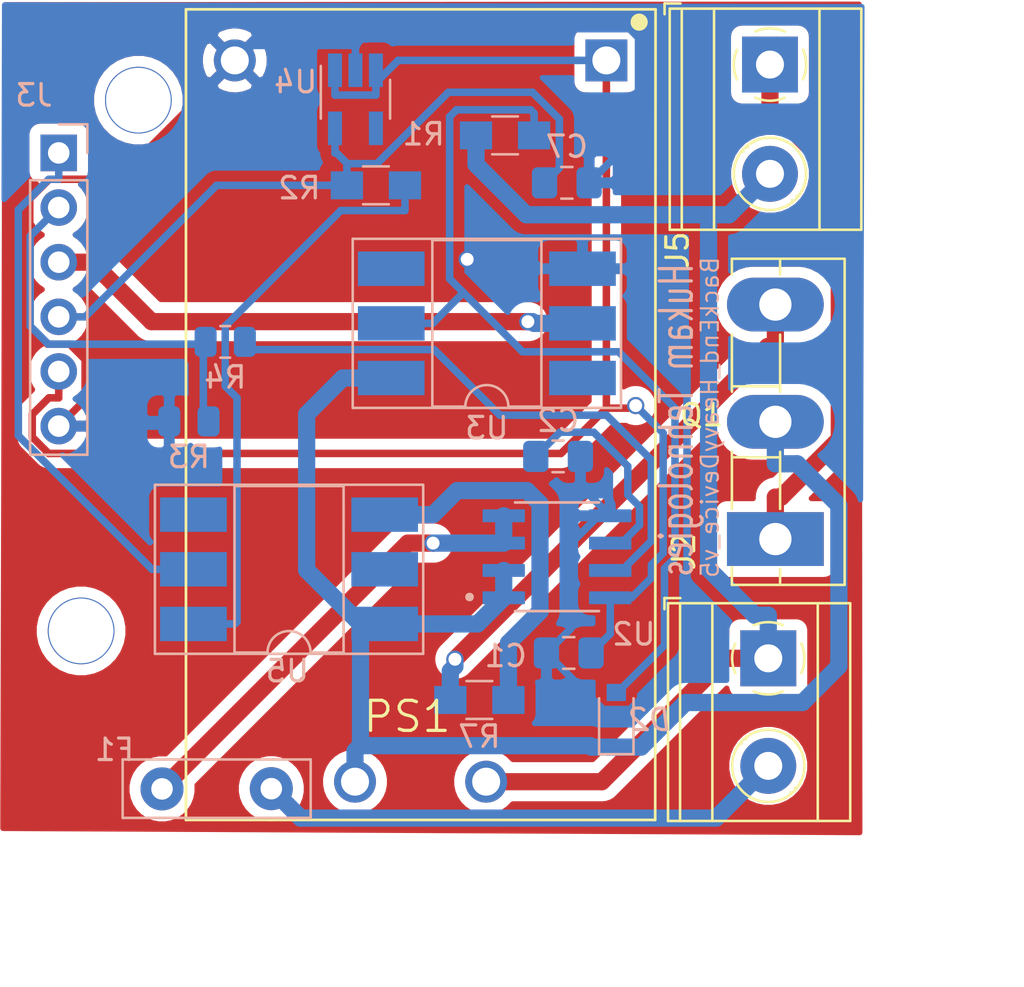
<source format=kicad_pcb>
(kicad_pcb (version 20171130) (host pcbnew 5.1.7-a382d34a8~88~ubuntu18.04.1)

  (general
    (thickness 1.6)
    (drawings 19)
    (tracks 204)
    (zones 0)
    (modules 21)
    (nets 23)
  )

  (page A4)
  (layers
    (0 F.Cu signal)
    (31 B.Cu signal)
    (32 B.Adhes user)
    (33 F.Adhes user)
    (34 B.Paste user)
    (35 F.Paste user)
    (36 B.SilkS user)
    (37 F.SilkS user)
    (38 B.Mask user)
    (39 F.Mask user)
    (40 Dwgs.User user)
    (41 Cmts.User user)
    (42 Eco1.User user)
    (43 Eco2.User user)
    (44 Edge.Cuts user)
    (45 Margin user)
    (46 B.CrtYd user)
    (47 F.CrtYd user)
    (48 B.Fab user)
    (49 F.Fab user)
  )

  (setup
    (last_trace_width 0.35)
    (trace_clearance 0.2)
    (zone_clearance 0.508)
    (zone_45_only no)
    (trace_min 0.2)
    (via_size 0.8)
    (via_drill 0.6)
    (via_min_size 0.4)
    (via_min_drill 0.3)
    (user_via 0.8 0.6)
    (uvia_size 0.65)
    (uvia_drill 0.5)
    (uvias_allowed no)
    (uvia_min_size 0.2)
    (uvia_min_drill 0.1)
    (edge_width 0.1)
    (segment_width 0.2)
    (pcb_text_width 0.3)
    (pcb_text_size 1.5 1.5)
    (mod_edge_width 0.15)
    (mod_text_size 1 1)
    (mod_text_width 0.15)
    (pad_size 3.6 3.6)
    (pad_drill 3.5)
    (pad_to_mask_clearance 0)
    (aux_axis_origin 0 0)
    (visible_elements FFFFF77F)
    (pcbplotparams
      (layerselection 0x331ff_ffffffff)
      (usegerberextensions true)
      (usegerberattributes false)
      (usegerberadvancedattributes false)
      (creategerberjobfile true)
      (excludeedgelayer true)
      (linewidth 0.100000)
      (plotframeref false)
      (viasonmask false)
      (mode 1)
      (useauxorigin false)
      (hpglpennumber 1)
      (hpglpenspeed 20)
      (hpglpendiameter 15.000000)
      (psnegative false)
      (psa4output false)
      (plotreference true)
      (plotvalue true)
      (plotinvisibletext false)
      (padsonsilk false)
      (subtractmaskfromsilk false)
      (outputformat 1)
      (mirror false)
      (drillshape 0)
      (scaleselection 1)
      (outputdirectory "Gerber_BackEnd_HeavyDevice_v5/"))
  )

  (net 0 "")
  (net 1 /5V)
  (net 2 /GND)
  (net 3 /3.3V)
  (net 4 /Mains_Live_In)
  (net 5 "Net-(D2-Pad2)")
  (net 6 /Mains_Neutral)
  (net 7 "Net-(F1-Pad2)")
  (net 8 /Opto_In)
  (net 9 /DSW1)
  (net 10 /Out1)
  (net 11 "Net-(Q1-Pad3)")
  (net 12 "Net-(R2-Pad1)")
  (net 13 "Net-(R7-Pad2)")
  (net 14 /Mains_Live_Out)
  (net 15 "Net-(U3-Pad3)")
  (net 16 "Net-(U3-Pad6)")
  (net 17 "Net-(U4-Pad4)")
  (net 18 "Net-(U5-Pad3)")
  (net 19 "Net-(U5-Pad5)")
  (net 20 /Energy_toStm)
  (net 21 /Energy_frmSensor)
  (net 22 "Net-(C2-Pad2)")

  (net_class Default "This is the default net class."
    (clearance 0.2)
    (trace_width 0.35)
    (via_dia 0.8)
    (via_drill 0.6)
    (uvia_dia 0.65)
    (uvia_drill 0.5)
    (diff_pair_width 0.5)
    (diff_pair_gap 0.4)
    (add_net /3.3V)
    (add_net /5V)
    (add_net /DSW1)
    (add_net /Energy_frmSensor)
    (add_net /Energy_toStm)
    (add_net /GND)
    (add_net "Net-(C2-Pad2)")
    (add_net "Net-(D2-Pad2)")
    (add_net "Net-(R2-Pad1)")
    (add_net "Net-(U3-Pad3)")
    (add_net "Net-(U3-Pad6)")
    (add_net "Net-(U4-Pad4)")
  )

  (net_class AC ""
    (clearance 0.3)
    (trace_width 0.8)
    (via_dia 0.8)
    (via_drill 0.6)
    (uvia_dia 0.65)
    (uvia_drill 0.5)
    (diff_pair_width 0.5)
    (diff_pair_gap 0.4)
    (add_net /Mains_Live_In)
    (add_net /Mains_Live_Out)
    (add_net /Mains_Neutral)
    (add_net /Opto_In)
    (add_net /Out1)
    (add_net "Net-(F1-Pad2)")
    (add_net "Net-(Q1-Pad3)")
    (add_net "Net-(R7-Pad2)")
    (add_net "Net-(U5-Pad3)")
    (add_net "Net-(U5-Pad5)")
  )

  (module Custom_Libraries:MountingHole_2.5mm (layer F.Cu) (tedit 611FEAEF) (tstamp 6195024B)
    (at 114.554 126.187)
    (descr "Mounting Hole 2.2mm, no annular, M2")
    (tags "mounting hole 2.2mm no annular m2")
    (fp_text reference M2 (at 0 -3.2) (layer F.SilkS) hide
      (effects (font (size 1 1) (thickness 0.15)))
    )
    (fp_text value MountingHole_2.1mm (at 0 3.2 unlocked) (layer F.Fab) hide
      (effects (font (size 1 1) (thickness 0.15)))
    )
    (fp_line (start -1.27 0) (end 1.27 0) (layer Dwgs.User) (width 0.05))
    (fp_line (start 0 1.27) (end 0 -1.27) (layer Dwgs.User) (width 0.05))
    (pad "" thru_hole circle (at 0 0) (size 3.1 3.1) (drill 3) (layers *.Cu *.Mask))
  )

  (module Custom_Libraries:MountingHole_2.5mm (layer F.Cu) (tedit 611FEAEF) (tstamp 61950243)
    (at 117.216 101.514)
    (descr "Mounting Hole 2.2mm, no annular, M2")
    (tags "mounting hole 2.2mm no annular m2")
    (fp_text reference M1 (at 0 -3.2) (layer F.SilkS) hide
      (effects (font (size 1 1) (thickness 0.15)))
    )
    (fp_text value MountingHole_2.1mm (at 0 3.2 unlocked) (layer F.Fab) hide
      (effects (font (size 1 1) (thickness 0.15)))
    )
    (fp_line (start -1.27 0) (end 1.27 0) (layer Dwgs.User) (width 0.05))
    (fp_line (start 0 1.27) (end 0 -1.27) (layer Dwgs.User) (width 0.05))
    (pad "" thru_hole circle (at 0 0) (size 3.1 3.1) (drill 3) (layers *.Cu *.Mask))
  )

  (module Capacitors_SMD:C_0805_2012Metric_Pad1.18x1.45mm_HandSolder (layer B.Cu) (tedit 5F68FEEF) (tstamp 5F7973C1)
    (at 137.134 105.357 180)
    (descr "Capacitor SMD 0805 (2012 Metric), square (rectangular) end terminal, IPC_7351 nominal with elongated pad for handsoldering. (Body size source: IPC-SM-782 page 76, https://www.pcb-3d.com/wordpress/wp-content/uploads/ipc-sm-782a_amendment_1_and_2.pdf, https://docs.google.com/spreadsheets/d/1BsfQQcO9C6DZCsRaXUlFlo91Tg2WpOkGARC1WS5S8t0/edit?usp=sharing), generated with kicad-footprint-generator")
    (tags "capacitor handsolder")
    (path /5FB031C3)
    (attr smd)
    (fp_text reference C7 (at 0 1.68) (layer B.SilkS)
      (effects (font (size 1 1) (thickness 0.15)) (justify mirror))
    )
    (fp_text value 2.2uf (at 0 -1.68) (layer B.Fab)
      (effects (font (size 1 1) (thickness 0.15)) (justify mirror))
    )
    (fp_line (start 1.88 -0.98) (end -1.88 -0.98) (layer B.CrtYd) (width 0.05))
    (fp_line (start 1.88 0.98) (end 1.88 -0.98) (layer B.CrtYd) (width 0.05))
    (fp_line (start -1.88 0.98) (end 1.88 0.98) (layer B.CrtYd) (width 0.05))
    (fp_line (start -1.88 -0.98) (end -1.88 0.98) (layer B.CrtYd) (width 0.05))
    (fp_line (start -0.261252 -0.735) (end 0.261252 -0.735) (layer B.SilkS) (width 0.12))
    (fp_line (start -0.261252 0.735) (end 0.261252 0.735) (layer B.SilkS) (width 0.12))
    (fp_line (start 1 -0.625) (end -1 -0.625) (layer B.Fab) (width 0.1))
    (fp_line (start 1 0.625) (end 1 -0.625) (layer B.Fab) (width 0.1))
    (fp_line (start -1 0.625) (end 1 0.625) (layer B.Fab) (width 0.1))
    (fp_line (start -1 -0.625) (end -1 0.625) (layer B.Fab) (width 0.1))
    (fp_text user %R (at 0 0) (layer B.Fab)
      (effects (font (size 0.5 0.5) (thickness 0.08)) (justify mirror))
    )
    (pad 2 smd roundrect (at 1.0375 0 180) (size 1.175 1.45) (layers B.Cu B.Paste B.Mask) (roundrect_rratio 0.2127659574468085)
      (net 3 /3.3V))
    (pad 1 smd roundrect (at -1.0375 0 180) (size 1.175 1.45) (layers B.Cu B.Paste B.Mask) (roundrect_rratio 0.2127659574468085)
      (net 2 /GND))
    (model ${KISYS3DMOD}/Capacitor_SMD.3dshapes/C_0805_2012Metric.wrl
      (at (xyz 0 0 0))
      (scale (xyz 1 1 1))
      (rotate (xyz 0 0 0))
    )
  )

  (module Capacitors_SMD:C_0805_2012Metric_Pad1.18x1.45mm_HandSolder (layer B.Cu) (tedit 5F68FEEF) (tstamp 6194F79E)
    (at 136.726 118.074 180)
    (descr "Capacitor SMD 0805 (2012 Metric), square (rectangular) end terminal, IPC_7351 nominal with elongated pad for handsoldering. (Body size source: IPC-SM-782 page 76, https://www.pcb-3d.com/wordpress/wp-content/uploads/ipc-sm-782a_amendment_1_and_2.pdf, https://docs.google.com/spreadsheets/d/1BsfQQcO9C6DZCsRaXUlFlo91Tg2WpOkGARC1WS5S8t0/edit?usp=sharing), generated with kicad-footprint-generator")
    (tags "capacitor handsolder")
    (path /61970715)
    (attr smd)
    (fp_text reference C2 (at 0 1.65862 180) (layer B.SilkS)
      (effects (font (size 1 1) (thickness 0.15)) (justify mirror))
    )
    (fp_text value 1nf (at 0 -1.68 180) (layer B.Fab) hide
      (effects (font (size 1 1) (thickness 0.15)) (justify mirror))
    )
    (fp_line (start 1.88 -0.98) (end -1.88 -0.98) (layer B.CrtYd) (width 0.05))
    (fp_line (start 1.88 0.98) (end 1.88 -0.98) (layer B.CrtYd) (width 0.05))
    (fp_line (start -1.88 0.98) (end 1.88 0.98) (layer B.CrtYd) (width 0.05))
    (fp_line (start -1.88 -0.98) (end -1.88 0.98) (layer B.CrtYd) (width 0.05))
    (fp_line (start -0.261252 -0.735) (end 0.261252 -0.735) (layer B.SilkS) (width 0.12))
    (fp_line (start -0.261252 0.735) (end 0.261252 0.735) (layer B.SilkS) (width 0.12))
    (fp_line (start 1 -0.625) (end -1 -0.625) (layer B.Fab) (width 0.1))
    (fp_line (start 1 0.625) (end 1 -0.625) (layer B.Fab) (width 0.1))
    (fp_line (start -1 0.625) (end 1 0.625) (layer B.Fab) (width 0.1))
    (fp_line (start -1 -0.625) (end -1 0.625) (layer B.Fab) (width 0.1))
    (fp_text user %R (at -9.64184 -3.0734 180) (layer B.Fab) hide
      (effects (font (size 0.5 0.5) (thickness 0.08)) (justify mirror))
    )
    (pad 2 smd roundrect (at 1.0375 0 180) (size 1.175 1.45) (layers B.Cu B.Paste B.Mask) (roundrect_rratio 0.2127659574468085)
      (net 22 "Net-(C2-Pad2)"))
    (pad 1 smd roundrect (at -1.0375 0 180) (size 1.175 1.45) (layers B.Cu B.Paste B.Mask) (roundrect_rratio 0.2127659574468085)
      (net 2 /GND))
    (model ${KISYS3DMOD}/Capacitor_SMD.3dshapes/C_0805_2012Metric.wrl
      (at (xyz 0 0 0))
      (scale (xyz 1 1 1))
      (rotate (xyz 0 0 0))
    )
  )

  (module Capacitors_SMD:C_0805_2012Metric_Pad1.18x1.45mm_HandSolder (layer B.Cu) (tedit 5F68FEEF) (tstamp 6194F78D)
    (at 137.224 127.211 180)
    (descr "Capacitor SMD 0805 (2012 Metric), square (rectangular) end terminal, IPC_7351 nominal with elongated pad for handsoldering. (Body size source: IPC-SM-782 page 76, https://www.pcb-3d.com/wordpress/wp-content/uploads/ipc-sm-782a_amendment_1_and_2.pdf, https://docs.google.com/spreadsheets/d/1BsfQQcO9C6DZCsRaXUlFlo91Tg2WpOkGARC1WS5S8t0/edit?usp=sharing), generated with kicad-footprint-generator")
    (tags "capacitor handsolder")
    (path /6197312A)
    (attr smd)
    (fp_text reference C1 (at 2.93116 -0.13716) (layer B.SilkS)
      (effects (font (size 1 1) (thickness 0.15)) (justify mirror))
    )
    (fp_text value 100nf (at 0 -1.68) (layer B.Fab) hide
      (effects (font (size 1 1) (thickness 0.15)) (justify mirror))
    )
    (fp_line (start 1.88 -0.98) (end -1.88 -0.98) (layer B.CrtYd) (width 0.05))
    (fp_line (start 1.88 0.98) (end 1.88 -0.98) (layer B.CrtYd) (width 0.05))
    (fp_line (start -1.88 0.98) (end 1.88 0.98) (layer B.CrtYd) (width 0.05))
    (fp_line (start -1.88 -0.98) (end -1.88 0.98) (layer B.CrtYd) (width 0.05))
    (fp_line (start -0.261252 -0.735) (end 0.261252 -0.735) (layer B.SilkS) (width 0.12))
    (fp_line (start -0.261252 0.735) (end 0.261252 0.735) (layer B.SilkS) (width 0.12))
    (fp_line (start 1 -0.625) (end -1 -0.625) (layer B.Fab) (width 0.1))
    (fp_line (start 1 0.625) (end 1 -0.625) (layer B.Fab) (width 0.1))
    (fp_line (start -1 0.625) (end 1 0.625) (layer B.Fab) (width 0.1))
    (fp_line (start -1 -0.625) (end -1 0.625) (layer B.Fab) (width 0.1))
    (fp_text user %R (at 0 0) (layer B.Fab) hide
      (effects (font (size 0.5 0.5) (thickness 0.08)) (justify mirror))
    )
    (pad 2 smd roundrect (at 1.0375 0 180) (size 1.175 1.45) (layers B.Cu B.Paste B.Mask) (roundrect_rratio 0.2127659574468085)
      (net 2 /GND))
    (pad 1 smd roundrect (at -1.0375 0 180) (size 1.175 1.45) (layers B.Cu B.Paste B.Mask) (roundrect_rratio 0.2127659574468085)
      (net 1 /5V))
    (model ${KISYS3DMOD}/Capacitor_SMD.3dshapes/C_0805_2012Metric.wrl
      (at (xyz 0 0 0))
      (scale (xyz 1 1 1))
      (rotate (xyz 0 0 0))
    )
  )

  (module Custom_Libraries:ACS712_20 (layer B.Cu) (tedit 6194DE58) (tstamp 6194EB4B)
    (at 136.675 122.74)
    (path /6194FE73)
    (fp_text reference U2 (at 3.57378 3.60172) (layer B.SilkS)
      (effects (font (size 1 1) (thickness 0.15)) (justify mirror))
    )
    (fp_text value ACS712-20 (at 7.66 -3.637) (layer B.Fab) hide
      (effects (font (size 1 1) (thickness 0.15)) (justify mirror))
    )
    (fp_line (start 3.71 2.75) (end 3.71 -2.75) (layer B.CrtYd) (width 0.05))
    (fp_line (start -3.71 2.75) (end -3.71 -2.75) (layer B.CrtYd) (width 0.05))
    (fp_line (start -3.71 -2.75) (end 3.71 -2.75) (layer B.CrtYd) (width 0.05))
    (fp_line (start -3.71 2.75) (end 3.71 2.75) (layer B.CrtYd) (width 0.05))
    (fp_line (start 1.95 2.45) (end 1.95 -2.45) (layer B.Fab) (width 0.127))
    (fp_line (start -1.95 2.45) (end -1.95 -2.45) (layer B.Fab) (width 0.127))
    (fp_line (start -1.95 -2.525) (end 1.95 -2.525) (layer B.SilkS) (width 0.127))
    (fp_line (start -1.95 2.525) (end 1.95 2.525) (layer B.SilkS) (width 0.127))
    (fp_line (start -1.95 -2.45) (end 1.95 -2.45) (layer B.Fab) (width 0.127))
    (fp_line (start -1.95 2.45) (end 1.95 2.45) (layer B.Fab) (width 0.127))
    (fp_circle (center -4.064 1.87) (end -3.964 1.87) (layer B.Fab) (width 0.2))
    (fp_circle (center -4.064 1.87) (end -3.964 1.87) (layer B.SilkS) (width 0.2))
    (pad 8 smd roundrect (at 2.475 1.905) (size 1.97 0.6) (layers B.Cu B.Paste B.Mask) (roundrect_rratio 0.07000000000000001)
      (net 1 /5V))
    (pad 7 smd roundrect (at 2.475 0.635) (size 1.97 0.6) (layers B.Cu B.Paste B.Mask) (roundrect_rratio 0.07000000000000001)
      (net 21 /Energy_frmSensor))
    (pad 6 smd roundrect (at 2.475 -0.635) (size 1.97 0.6) (layers B.Cu B.Paste B.Mask) (roundrect_rratio 0.07000000000000001)
      (net 22 "Net-(C2-Pad2)"))
    (pad 5 smd roundrect (at 2.475 -1.905) (size 1.97 0.6) (layers B.Cu B.Paste B.Mask) (roundrect_rratio 0.07000000000000001)
      (net 2 /GND))
    (pad 4 smd roundrect (at -2.475 -1.905) (size 1.97 0.6) (layers B.Cu B.Paste B.Mask) (roundrect_rratio 0.07000000000000001)
      (net 7 "Net-(F1-Pad2)"))
    (pad 3 smd roundrect (at -2.475 -0.635) (size 1.97 0.6) (layers B.Cu B.Paste B.Mask) (roundrect_rratio 0.07000000000000001)
      (net 7 "Net-(F1-Pad2)"))
    (pad 2 smd roundrect (at -2.475 0.635) (size 1.97 0.6) (layers B.Cu B.Paste B.Mask) (roundrect_rratio 0.07000000000000001)
      (net 14 /Mains_Live_Out))
    (pad 1 smd roundrect (at -2.475 1.905) (size 1.97 0.6) (layers B.Cu B.Paste B.Mask) (roundrect_rratio 0.07000000000000001)
      (net 14 /Mains_Live_Out))
  )

  (module Custom_Libraries:277 (layer F.Cu) (tedit 614E2384) (tstamp 60F858FD)
    (at 130.335 123.543 270)
    (path /60F8ACFB)
    (fp_text reference PS1 (at 6.62686 0.62484 180) (layer F.SilkS)
      (effects (font (size 1.4 1.4) (thickness 0.15)))
    )
    (fp_text value HLK-PM01 (at -2.1336 8.51662 90) (layer F.Fab) hide
      (effects (font (size 1.4 1.4) (thickness 0.15)))
    )
    (fp_line (start -26.25 10.906) (end -26.25 -10.922) (layer F.Fab) (width 0.127))
    (fp_line (start -26.25 -10.922) (end 11.43 -10.906) (layer F.Fab) (width 0.127))
    (fp_line (start 11.43 -10.906) (end 11.43 10.906) (layer F.Fab) (width 0.127))
    (fp_line (start 11.43 10.906) (end -26.25 10.906) (layer F.Fab) (width 0.127))
    (fp_line (start -26.25 10.906) (end -26.25 -10.922) (layer F.SilkS) (width 0.127))
    (fp_line (start -26.25 -10.922) (end 11.43 -10.906) (layer F.SilkS) (width 0.127))
    (fp_line (start 11.43 -10.906) (end 11.43 10.906) (layer F.SilkS) (width 0.127))
    (fp_line (start 11.43 10.906) (end -26.25 10.906) (layer F.SilkS) (width 0.127))
    (fp_line (start -26.5 11.156) (end -26.5 -11.176) (layer F.CrtYd) (width 0.05))
    (fp_line (start -26.5 -11.176) (end 11.684 -11.156) (layer F.CrtYd) (width 0.05))
    (fp_line (start 11.684 -11.156) (end 11.684 11.156) (layer F.CrtYd) (width 0.05))
    (fp_line (start 11.684 11.176) (end -26.5 11.156) (layer F.CrtYd) (width 0.05))
    (fp_circle (center -25.654 -10.16) (end -25.454 -10.16) (layer F.SilkS) (width 0.4))
    (fp_circle (center -25.654 -10.16) (end -25.454 -10.16) (layer F.Fab) (width 0.4))
    (pad 5 thru_hole rect (at -23.876 -8.636 270) (size 1.95 1.95) (drill 1.3) (layers *.Cu *.Mask)
      (net 1 /5V))
    (pad 2 thru_hole circle (at 9.652 3.048 270) (size 1.95 1.95) (drill 1.3) (layers *.Cu *.Mask)
      (net 14 /Mains_Live_Out))
    (pad 4 thru_hole circle (at -23.876 8.636 270) (size 1.95 1.95) (drill 1.3) (layers *.Cu *.Mask)
      (net 2 /GND))
    (pad 1 thru_hole circle (at 9.652 -3.048 270) (size 1.95 1.95) (drill 1.3) (layers *.Cu *.Mask)
      (net 6 /Mains_Neutral))
  )

  (module Resistors_SMD:R_0805_2012Metric (layer B.Cu) (tedit 614E2261) (tstamp 614E1E99)
    (at 119.564 116.446)
    (descr "Resistor SMD 0805 (2012 Metric), square (rectangular) end terminal, IPC_7351 nominal, (Body size source: IPC-SM-782 page 72, https://www.pcb-3d.com/wordpress/wp-content/uploads/ipc-sm-782a_amendment_1_and_2.pdf), generated with kicad-footprint-generator")
    (tags resistor)
    (path /614E1714)
    (attr smd)
    (fp_text reference R3 (at 0 1.65) (layer B.SilkS)
      (effects (font (size 1 1) (thickness 0.15)) (justify mirror))
    )
    (fp_text value 5K (at 0 -1.65) (layer B.Fab) hide
      (effects (font (size 1 1) (thickness 0.15)) (justify mirror))
    )
    (fp_line (start 1.68 -0.95) (end -1.68 -0.95) (layer B.CrtYd) (width 0.05))
    (fp_line (start 1.68 0.95) (end 1.68 -0.95) (layer B.CrtYd) (width 0.05))
    (fp_line (start -1.68 0.95) (end 1.68 0.95) (layer B.CrtYd) (width 0.05))
    (fp_line (start -1.68 -0.95) (end -1.68 0.95) (layer B.CrtYd) (width 0.05))
    (fp_line (start 1 -0.625) (end -1 -0.625) (layer B.Fab) (width 0.1))
    (fp_line (start 1 0.625) (end 1 -0.625) (layer B.Fab) (width 0.1))
    (fp_line (start -1 0.625) (end 1 0.625) (layer B.Fab) (width 0.1))
    (fp_line (start -1 -0.625) (end -1 0.625) (layer B.Fab) (width 0.1))
    (fp_text user %R (at 0 0) (layer B.Fab) hide
      (effects (font (size 0.5 0.5) (thickness 0.08)) (justify mirror))
    )
    (pad 2 smd roundrect (at 0.9125 0) (size 1.025 1.4) (layers B.Cu B.Paste B.Mask) (roundrect_rratio 0.2439014634146341)
      (net 20 /Energy_toStm))
    (pad 1 smd roundrect (at -0.9125 0) (size 1.025 1.4) (layers B.Cu B.Paste B.Mask) (roundrect_rratio 0.2439014634146341)
      (net 2 /GND))
    (model ${KISYS3DMOD}/Resistor_SMD.3dshapes/R_0805_2012Metric.wrl
      (at (xyz 0 0 0))
      (scale (xyz 1 1 1))
      (rotate (xyz 0 0 0))
    )
  )

  (module TerminalBlocks_Phoenix:TerminalBlock_Phoenix_MKDS-1,5-2-5.08_1x02_P5.08mm_Horizontal (layer F.Cu) (tedit 614E1FFA) (tstamp 614E0CE1)
    (at 146.576 99.8601 270)
    (descr "Terminal Block Phoenix MKDS-1,5-2-5.08, 2 pins, pitch 5.08mm, size 10.2x9.8mm^2, drill diamater 1.3mm, pad diameter 2.6mm, see http://www.farnell.com/datasheets/100425.pdf, script-generated using https://github.com/pointhi/kicad-footprint-generator/scripts/TerminalBlock_Phoenix")
    (tags "THT Terminal Block Phoenix MKDS-1,5-2-5.08 pitch 5.08mm size 10.2x9.8mm^2 drill 1.3mm pad 2.6mm")
    (path /5F97D0BF)
    (fp_text reference J5 (at 8.62584 4.30044 90) (layer F.SilkS)
      (effects (font (size 1 1) (thickness 0.15)))
    )
    (fp_text value Screw_Terminal_01x02 (at 2.54 5.66 90) (layer F.Fab) hide
      (effects (font (size 1 1) (thickness 0.15)))
    )
    (fp_line (start 7.874 -4.318) (end -2.794 -4.318) (layer F.CrtYd) (width 0.05))
    (fp_line (start 7.874 4.826) (end 7.874 -4.318) (layer F.CrtYd) (width 0.05))
    (fp_line (start -2.794 4.826) (end 7.874 4.826) (layer F.CrtYd) (width 0.05))
    (fp_line (start -2.794 -4.318) (end -2.794 4.826) (layer F.CrtYd) (width 0.05))
    (fp_line (start -2.84 4.9) (end -2.34 4.9) (layer F.SilkS) (width 0.12))
    (fp_line (start -2.84 4.16) (end -2.84 4.9) (layer F.SilkS) (width 0.12))
    (fp_line (start 3.853 1.023) (end 3.806 1.069) (layer F.SilkS) (width 0.12))
    (fp_line (start 6.15 -1.275) (end 6.115 -1.239) (layer F.SilkS) (width 0.12))
    (fp_line (start 4.046 1.239) (end 4.011 1.274) (layer F.SilkS) (width 0.12))
    (fp_line (start 6.355 -1.069) (end 6.308 -1.023) (layer F.SilkS) (width 0.12))
    (fp_line (start 6.035 -1.138) (end 3.943 0.955) (layer F.Fab) (width 0.1))
    (fp_line (start 6.218 -0.955) (end 4.126 1.138) (layer F.Fab) (width 0.1))
    (fp_line (start 0.955 -1.138) (end -1.138 0.955) (layer F.Fab) (width 0.1))
    (fp_line (start 1.138 -0.955) (end -0.955 1.138) (layer F.Fab) (width 0.1))
    (fp_line (start 7.68 -4.245) (end 7.68 4.66) (layer F.SilkS) (width 0.12))
    (fp_line (start -2.6 -4.245) (end -2.6 4.66) (layer F.SilkS) (width 0.12))
    (fp_line (start -2.6 4.66) (end 7.68 4.66) (layer F.SilkS) (width 0.12))
    (fp_line (start -2.6 -4.245) (end 7.68 -4.245) (layer F.SilkS) (width 0.12))
    (fp_line (start -2.6 -2.301) (end 7.68 -2.301) (layer F.SilkS) (width 0.12))
    (fp_line (start -2.54 -2.3) (end 7.62 -2.3) (layer F.Fab) (width 0.1))
    (fp_line (start -2.6 2.6) (end 7.68 2.6) (layer F.SilkS) (width 0.12))
    (fp_line (start -2.54 2.6) (end 7.62 2.6) (layer F.Fab) (width 0.1))
    (fp_line (start -2.6 4.1) (end 7.68 4.1) (layer F.SilkS) (width 0.12))
    (fp_line (start -2.54 4.1) (end 7.62 4.1) (layer F.Fab) (width 0.1))
    (fp_line (start -2.54 4.1) (end -2.54 -4.184) (layer F.Fab) (width 0.1))
    (fp_line (start -2.04 4.6) (end -2.54 4.1) (layer F.Fab) (width 0.1))
    (fp_line (start 7.62 4.6) (end -2.04 4.6) (layer F.Fab) (width 0.1))
    (fp_line (start 7.62 -4.184) (end 7.62 4.6) (layer F.Fab) (width 0.1))
    (fp_line (start -2.54 -4.184) (end 7.62 -4.184) (layer F.Fab) (width 0.1))
    (fp_circle (center 5.08 0) (end 6.76 0) (layer F.SilkS) (width 0.12))
    (fp_circle (center 5.08 0) (end 6.58 0) (layer F.Fab) (width 0.1))
    (fp_circle (center 0 0) (end 1.5 0) (layer F.Fab) (width 0.1))
    (fp_arc (start 0 0) (end 0 1.68) (angle -24) (layer F.SilkS) (width 0.12))
    (fp_arc (start 0 0) (end 1.535 0.684) (angle -48) (layer F.SilkS) (width 0.12))
    (fp_arc (start 0 0) (end 0.684 -1.535) (angle -48) (layer F.SilkS) (width 0.12))
    (fp_arc (start 0 0) (end -1.535 -0.684) (angle -48) (layer F.SilkS) (width 0.12))
    (fp_arc (start 0 0) (end -0.684 1.535) (angle -25) (layer F.SilkS) (width 0.12))
    (fp_text user %R (at 2.54 3.2 90) (layer F.Fab) hide
      (effects (font (size 1 1) (thickness 0.15)))
    )
    (pad 1 thru_hole rect (at 0 0 270) (size 2.6 2.6) (drill 1.3) (layers *.Cu *.Mask)
      (net 10 /Out1))
    (pad 2 thru_hole circle (at 5.08 0 270) (size 2.6 2.6) (drill 1.3) (layers *.Cu *.Mask)
      (net 6 /Mains_Neutral))
    (model ${KISYS3DMOD}/TerminalBlock_Phoenix.3dshapes/TerminalBlock_Phoenix_MKDS-1,5-2-5.08_1x02_P5.08mm_Horizontal.wrl
      (at (xyz 0 0 0))
      (scale (xyz 1 1 1))
      (rotate (xyz 0 0 0))
    )
  )

  (module TerminalBlocks_Phoenix:TerminalBlock_Phoenix_MKDS-1,5-2_1x02_P5.00mm_Horizontal (layer F.Cu) (tedit 614E21E4) (tstamp 614E0CB6)
    (at 146.497 127.46 270)
    (descr "Terminal Block Phoenix MKDS-1,5-2, 2 pins, pitch 5mm, size 10x9.8mm^2, drill diamater 1.3mm, pad diameter 2.6mm, see http://www.farnell.com/datasheets/100425.pdf, script-generated using https://github.com/pointhi/kicad-footprint-generator/scripts/TerminalBlock_Phoenix")
    (tags "THT Terminal Block Phoenix MKDS-1,5-2 pitch 5mm size 10x9.8mm^2 drill 1.3mm pad 2.6mm")
    (path /5F66980C)
    (fp_text reference J2 (at -4.95326 3.92426 90) (layer F.SilkS)
      (effects (font (size 1 1) (thickness 0.15)))
    )
    (fp_text value Screw_Terminal_01x02 (at 2.5 5.66 90) (layer F.Fab) hide
      (effects (font (size 1 1) (thickness 0.15)))
    )
    (fp_circle (center 0 0) (end 1.5 0) (layer F.Fab) (width 0.1))
    (fp_circle (center 5 0) (end 6.5 0) (layer F.Fab) (width 0.1))
    (fp_circle (center 5 0) (end 6.68 0) (layer F.SilkS) (width 0.12))
    (fp_line (start -2.5 -3.81) (end 7.5 -3.81) (layer F.Fab) (width 0.1))
    (fp_line (start 7.5 -3.81) (end 7.5 4.6) (layer F.Fab) (width 0.1))
    (fp_line (start 7.5 4.6) (end -2 4.6) (layer F.Fab) (width 0.1))
    (fp_line (start -2 4.6) (end -2.5 4.1) (layer F.Fab) (width 0.1))
    (fp_line (start -2.5 4.1) (end -2.5 -3.81) (layer F.Fab) (width 0.1))
    (fp_line (start -2.5 4.1) (end 7.5 4.1) (layer F.Fab) (width 0.1))
    (fp_line (start -2.56 4.1) (end 7.56 4.1) (layer F.SilkS) (width 0.12))
    (fp_line (start -2.5 2.6) (end 7.5 2.6) (layer F.Fab) (width 0.1))
    (fp_line (start -2.56 2.6) (end 7.56 2.6) (layer F.SilkS) (width 0.12))
    (fp_line (start -2.5 -2.3) (end 7.5 -2.3) (layer F.Fab) (width 0.1))
    (fp_line (start -2.56 -2.301) (end 7.56 -2.301) (layer F.SilkS) (width 0.12))
    (fp_line (start -2.56 -3.81) (end 7.56 -3.81) (layer F.SilkS) (width 0.12))
    (fp_line (start -2.56 4.66) (end 7.56 4.66) (layer F.SilkS) (width 0.12))
    (fp_line (start -2.56 -3.81) (end -2.56 4.66) (layer F.SilkS) (width 0.12))
    (fp_line (start 7.56 -3.81) (end 7.56 4.66) (layer F.SilkS) (width 0.12))
    (fp_line (start 1.138 -0.955) (end -0.955 1.138) (layer F.Fab) (width 0.1))
    (fp_line (start 0.955 -1.138) (end -1.138 0.955) (layer F.Fab) (width 0.1))
    (fp_line (start 6.138 -0.955) (end 4.046 1.138) (layer F.Fab) (width 0.1))
    (fp_line (start 5.955 -1.138) (end 3.863 0.955) (layer F.Fab) (width 0.1))
    (fp_line (start 6.275 -1.069) (end 6.228 -1.023) (layer F.SilkS) (width 0.12))
    (fp_line (start 3.966 1.239) (end 3.931 1.274) (layer F.SilkS) (width 0.12))
    (fp_line (start 6.07 -1.275) (end 6.035 -1.239) (layer F.SilkS) (width 0.12))
    (fp_line (start 3.773 1.023) (end 3.726 1.069) (layer F.SilkS) (width 0.12))
    (fp_line (start -2.8 4.086) (end -2.8 4.826) (layer F.SilkS) (width 0.12))
    (fp_line (start -2.8 4.826) (end -2.286 4.826) (layer F.SilkS) (width 0.12))
    (fp_line (start -2.794 -4.064) (end -2.794 4.826) (layer F.CrtYd) (width 0.05))
    (fp_line (start -2.794 4.826) (end 7.62 4.826) (layer F.CrtYd) (width 0.05))
    (fp_line (start 7.62 4.826) (end 7.62 -4.064) (layer F.CrtYd) (width 0.05))
    (fp_line (start 7.62 -4.064) (end -2.794 -4.064) (layer F.CrtYd) (width 0.05))
    (fp_arc (start 0 0) (end 0 1.68) (angle -24) (layer F.SilkS) (width 0.12))
    (fp_arc (start 0 0) (end 1.535 0.684) (angle -48) (layer F.SilkS) (width 0.12))
    (fp_arc (start 0 0) (end 0.684 -1.535) (angle -48) (layer F.SilkS) (width 0.12))
    (fp_arc (start 0 0) (end -1.535 -0.684) (angle -48) (layer F.SilkS) (width 0.12))
    (fp_arc (start 0 0) (end -0.684 1.535) (angle -25) (layer F.SilkS) (width 0.12))
    (fp_text user %R (at 2.5 3.2 90) (layer F.Fab) hide
      (effects (font (size 1 1) (thickness 0.15)))
    )
    (pad 1 thru_hole rect (at 0 0 270) (size 2.6 2.6) (drill 1.3) (layers *.Cu *.Mask)
      (net 6 /Mains_Neutral))
    (pad 2 thru_hole circle (at 5 0 270) (size 2.6 2.6) (drill 1.3) (layers *.Cu *.Mask)
      (net 4 /Mains_Live_In))
    (model ${KISYS3DMOD}/TerminalBlock_Phoenix.3dshapes/TerminalBlock_Phoenix_MKDS-1,5-2_1x02_P5.00mm_Horizontal.wrl
      (at (xyz 0 0 0))
      (scale (xyz 1 1 1))
      (rotate (xyz 0 0 0))
    )
  )

  (module Resistors_SMD:R_0805_2012Metric (layer B.Cu) (tedit 5F68FEEE) (tstamp 614E1EAA)
    (at 121.255 112.751)
    (descr "Resistor SMD 0805 (2012 Metric), square (rectangular) end terminal, IPC_7351 nominal, (Body size source: IPC-SM-782 page 72, https://www.pcb-3d.com/wordpress/wp-content/uploads/ipc-sm-782a_amendment_1_and_2.pdf), generated with kicad-footprint-generator")
    (tags resistor)
    (path /614E2D98)
    (attr smd)
    (fp_text reference R4 (at 0 1.65) (layer B.SilkS)
      (effects (font (size 1 1) (thickness 0.15)) (justify mirror))
    )
    (fp_text value 5K (at 0 -1.65) (layer B.Fab) hide
      (effects (font (size 1 1) (thickness 0.15)) (justify mirror))
    )
    (fp_line (start -1 -0.625) (end -1 0.625) (layer B.Fab) (width 0.1))
    (fp_line (start -1 0.625) (end 1 0.625) (layer B.Fab) (width 0.1))
    (fp_line (start 1 0.625) (end 1 -0.625) (layer B.Fab) (width 0.1))
    (fp_line (start 1 -0.625) (end -1 -0.625) (layer B.Fab) (width 0.1))
    (fp_line (start -0.227064 0.735) (end 0.227064 0.735) (layer B.SilkS) (width 0.12))
    (fp_line (start -0.227064 -0.735) (end 0.227064 -0.735) (layer B.SilkS) (width 0.12))
    (fp_line (start -1.68 -0.95) (end -1.68 0.95) (layer B.CrtYd) (width 0.05))
    (fp_line (start -1.68 0.95) (end 1.68 0.95) (layer B.CrtYd) (width 0.05))
    (fp_line (start 1.68 0.95) (end 1.68 -0.95) (layer B.CrtYd) (width 0.05))
    (fp_line (start 1.68 -0.95) (end -1.68 -0.95) (layer B.CrtYd) (width 0.05))
    (fp_text user %R (at 0 0) (layer B.Fab) hide
      (effects (font (size 0.5 0.5) (thickness 0.08)) (justify mirror))
    )
    (pad 2 smd roundrect (at 0.9125 0) (size 1.025 1.4) (layers B.Cu B.Paste B.Mask) (roundrect_rratio 0.2439014634146341)
      (net 21 /Energy_frmSensor))
    (pad 1 smd roundrect (at -0.9125 0) (size 1.025 1.4) (layers B.Cu B.Paste B.Mask) (roundrect_rratio 0.2439014634146341)
      (net 20 /Energy_toStm))
    (model ${KISYS3DMOD}/Resistor_SMD.3dshapes/R_0805_2012Metric.wrl
      (at (xyz 0 0 0))
      (scale (xyz 1 1 1))
      (rotate (xyz 0 0 0))
    )
  )

  (module Custom_Libraries:GN27120BN (layer F.Cu) (tedit 611BB446) (tstamp 5F797563)
    (at 146.827 121.917 90)
    (descr "TO-264, Vertical, RM 5.45mm")
    (tags "TO-264 Vertical RM 5.45mm")
    (path /5F77F666)
    (fp_text reference Q1 (at 5.76072 -3.429) (layer F.SilkS)
      (effects (font (size 1 1) (thickness 0.15)))
    )
    (fp_text value BT136-500 (at 5.45 6.47 90) (layer F.Fab) hide
      (effects (font (size 1 1) (thickness 0.15)))
    )
    (fp_line (start -2.01 -1.9) (end -2.01 3.1) (layer F.Fab) (width 0.1))
    (fp_line (start -2.01 3.1) (end 12.91 3.1) (layer F.Fab) (width 0.1))
    (fp_line (start 12.91 3.1) (end 12.91 -1.9) (layer F.Fab) (width 0.1))
    (fp_line (start 12.91 -1.9) (end -2.01 -1.9) (layer F.Fab) (width 0.1))
    (fp_line (start -2.032 0.1) (end 12.954 0.1) (layer F.Fab) (width 0.1))
    (fp_line (start 3.8 -1.9) (end 3.8 0.1) (layer F.Fab) (width 0.1))
    (fp_line (start 7.1 -1.9) (end 7.1 0.1) (layer F.Fab) (width 0.1))
    (fp_line (start -2.13 -2.021) (end -1.302 -2.021) (layer F.SilkS) (width 0.12))
    (fp_line (start 1.4 -2.021) (end 4.051 -2.021) (layer F.SilkS) (width 0.12))
    (fp_line (start 6.85 -2.021) (end 9.5 -2.021) (layer F.SilkS) (width 0.12))
    (fp_line (start 12.3 -2.021) (end 13.03 -2.021) (layer F.SilkS) (width 0.12))
    (fp_line (start -2.13 3.22) (end 13.03 3.22) (layer F.SilkS) (width 0.12))
    (fp_line (start -2.13 -2.021) (end -2.13 3.22) (layer F.SilkS) (width 0.12))
    (fp_line (start 13.03 -2.021) (end 13.03 3.22) (layer F.SilkS) (width 0.12))
    (fp_line (start -2.032 0.22) (end -1.4 0.22) (layer F.SilkS) (width 0.12))
    (fp_line (start 1.4 0.22) (end 4.051 0.22) (layer F.SilkS) (width 0.12))
    (fp_line (start 6.85 0.22) (end 9.5 0.22) (layer F.SilkS) (width 0.12))
    (fp_line (start 12.3 0.22) (end 12.954 0.22) (layer F.SilkS) (width 0.12))
    (fp_line (start 3.8 -2.021) (end 3.8 0.22) (layer F.SilkS) (width 0.12))
    (fp_line (start 7.1 -2.021) (end 7.1 0.22) (layer F.SilkS) (width 0.12))
    (fp_line (start -2.26 -2.5) (end -2.26 3.35) (layer F.CrtYd) (width 0.05))
    (fp_line (start -2.26 3.35) (end 13.16 3.35) (layer F.CrtYd) (width 0.05))
    (fp_line (start 13.16 3.35) (end 13.16 -2.5) (layer F.CrtYd) (width 0.05))
    (fp_line (start 13.16 -2.5) (end -2.26 -2.5) (layer F.CrtYd) (width 0.05))
    (fp_text user %R (at 5.45 -3.02 90) (layer F.Fab) hide
      (effects (font (size 1 1) (thickness 0.15)))
    )
    (pad 1 thru_hole rect (at 0 0 90) (size 2.5 4.5) (drill 1.5) (layers *.Cu *.Mask)
      (net 10 /Out1))
    (pad 2 thru_hole oval (at 5.45 0 90) (size 2.5 4.5) (drill 1.5) (layers *.Cu *.Mask)
      (net 14 /Mains_Live_Out))
    (pad 3 thru_hole oval (at 10.9 0 90) (size 2.5 4.5) (drill 1.5) (layers *.Cu *.Mask)
      (net 11 "Net-(Q1-Pad3)"))
    (model ${KISYS3DMOD}/TO_SOT_Packages_THT.3dshapes/TO-264_Vertical.wrl
      (at (xyz 0 0 0))
      (scale (xyz 0.393701 0.393701 0.393701))
      (rotate (xyz 0 0 0))
    )
  )

  (module Fuse_Holders_and_Fuses:Fuse_TE5_Littlefuse-395Series (layer B.Cu) (tedit 611BB266) (tstamp 5F7974DA)
    (at 123.396 133.52 180)
    (descr "Fuse, TE5, Littlefuse/Wickmann, No. 460, No560,")
    (tags "Fuse TE5 Littlefuse/Wickmann No. 460 No560 ")
    (path /5F656F09)
    (fp_text reference F1 (at 7.2926 1.8083 180) (layer B.SilkS)
      (effects (font (size 1 1) (thickness 0.15)) (justify mirror))
    )
    (fp_text value Fuse_Small (at 2.35 -2.338 180) (layer B.Fab) hide
      (effects (font (size 1 1) (thickness 0.15)) (justify mirror))
    )
    (fp_line (start -1.71 -1.238) (end 6.79 -1.238) (layer B.Fab) (width 0.1))
    (fp_line (start 6.79 -1.238) (end 6.79 1.238) (layer B.Fab) (width 0.1))
    (fp_line (start 6.79 1.238) (end -1.71 1.238) (layer B.Fab) (width 0.1))
    (fp_line (start -1.71 1.238) (end -1.71 -1.238) (layer B.Fab) (width 0.1))
    (fp_line (start -1.96 1.488) (end 7.04 1.488) (layer B.CrtYd) (width 0.05))
    (fp_line (start -1.96 1.488) (end -1.96 -1.488) (layer B.CrtYd) (width 0.05))
    (fp_line (start 7.04 -1.488) (end 7.04 1.488) (layer B.CrtYd) (width 0.05))
    (fp_line (start 7.04 -1.488) (end -1.96 -1.488) (layer B.CrtYd) (width 0.05))
    (fp_line (start -1.83 1.358) (end 6.91 1.358) (layer B.SilkS) (width 0.12))
    (fp_line (start -1.83 1.358) (end -1.83 -1.358) (layer B.SilkS) (width 0.12))
    (fp_line (start 6.91 -1.358) (end 6.91 1.358) (layer B.SilkS) (width 0.12))
    (fp_line (start 6.91 -1.358) (end -1.83 -1.358) (layer B.SilkS) (width 0.12))
    (pad 2 thru_hole circle (at 5.08 -0.01 180) (size 2 2) (drill 1) (layers *.Cu *.Mask)
      (net 7 "Net-(F1-Pad2)"))
    (pad 1 thru_hole circle (at 0 0 180) (size 2 2) (drill 1) (layers *.Cu *.Mask)
      (net 4 /Mains_Live_In))
  )

  (module Diodes_SMD:D_0805 (layer B.Cu) (tedit 610BD9FD) (tstamp 5F797408)
    (at 139.433 130.317 90)
    (descr "Diode SMD in 0805 package http://datasheets.avx.com/schottky.pdf")
    (tags "smd diode")
    (path /5F6922E0)
    (attr smd)
    (fp_text reference D2 (at 0.04826 2.18948) (layer B.SilkS) hide
      (effects (font (size 1 1) (thickness 0.15)) (justify mirror))
    )
    (fp_text value IN14007 (at 0 -1.7 90) (layer B.Fab) hide
      (effects (font (size 1 1) (thickness 0.15)) (justify mirror))
    )
    (fp_line (start -1.6 0.8) (end 1 0.8) (layer B.SilkS) (width 0.12))
    (fp_line (start -1.6 -0.8) (end 1 -0.8) (layer B.SilkS) (width 0.12))
    (fp_line (start -1 0.65) (end 1 0.65) (layer B.Fab) (width 0.1))
    (fp_line (start 1 0.65) (end 1 -0.65) (layer B.Fab) (width 0.1))
    (fp_line (start 1 -0.65) (end -1 -0.65) (layer B.Fab) (width 0.1))
    (fp_line (start -1 -0.65) (end -1 0.65) (layer B.Fab) (width 0.1))
    (fp_line (start 0.2 0.2) (end -0.1 0) (layer B.Fab) (width 0.1))
    (fp_line (start -0.1 0) (end 0.2 -0.2) (layer B.Fab) (width 0.1))
    (fp_line (start 0.2 -0.2) (end 0.2 0.2) (layer B.Fab) (width 0.1))
    (fp_line (start -0.1 0.2) (end -0.1 -0.2) (layer B.Fab) (width 0.1))
    (fp_line (start -0.1 0) (end -0.3 0) (layer B.Fab) (width 0.1))
    (fp_line (start 0.2 0) (end 0.4 0) (layer B.Fab) (width 0.1))
    (fp_line (start -1.7 0.88) (end 1.7 0.88) (layer B.CrtYd) (width 0.05))
    (fp_line (start 1.7 0.88) (end 1.7 -0.88) (layer B.CrtYd) (width 0.05))
    (fp_line (start 1.7 -0.88) (end -1.7 -0.88) (layer B.CrtYd) (width 0.05))
    (fp_line (start -1.7 -0.88) (end -1.7 0.88) (layer B.CrtYd) (width 0.05))
    (fp_line (start -1.6 0.8) (end -1.6 -0.8) (layer B.SilkS) (width 0.12))
    (fp_text user %R (at 0 1.6) (layer B.SilkS)
      (effects (font (size 1 1) (thickness 0.15) italic) (justify mirror))
    )
    (pad 1 smd rect (at -1.27 0 90) (size 0.8 0.9) (layers B.Cu B.Paste B.Mask)
      (net 14 /Mains_Live_Out))
    (pad 2 smd rect (at 1.27 0 90) (size 0.8 0.9) (layers B.Cu B.Paste B.Mask)
      (net 5 "Net-(D2-Pad2)"))
    (model ${KISYS3DMOD}/Diodes_SMD.3dshapes/D_0805.wrl
      (at (xyz 0 0 0))
      (scale (xyz 1 1 1))
      (rotate (xyz 0 0 0))
    )
  )

  (module Resistors_SMD:R_0805_HandSoldering (layer B.Cu) (tedit 58E0A804) (tstamp 5F797587)
    (at 134.261 103.152 180)
    (descr "Resistor SMD 0805, hand soldering")
    (tags "resistor 0805")
    (path /5F6968FD)
    (attr smd)
    (fp_text reference R1 (at 3.78374 0.0534) (layer B.SilkS)
      (effects (font (size 1 1) (thickness 0.15)) (justify mirror))
    )
    (fp_text value 220K (at 0 -1.75) (layer B.Fab) hide
      (effects (font (size 1 1) (thickness 0.15)) (justify mirror))
    )
    (fp_line (start 2.35 -0.9) (end -2.35 -0.9) (layer B.CrtYd) (width 0.05))
    (fp_line (start 2.35 -0.9) (end 2.35 0.9) (layer B.CrtYd) (width 0.05))
    (fp_line (start -2.35 0.9) (end -2.35 -0.9) (layer B.CrtYd) (width 0.05))
    (fp_line (start -2.35 0.9) (end 2.35 0.9) (layer B.CrtYd) (width 0.05))
    (fp_line (start -0.6 0.88) (end 0.6 0.88) (layer B.SilkS) (width 0.12))
    (fp_line (start 0.6 -0.88) (end -0.6 -0.88) (layer B.SilkS) (width 0.12))
    (fp_line (start -1 0.62) (end 1 0.62) (layer B.Fab) (width 0.1))
    (fp_line (start 1 0.62) (end 1 -0.62) (layer B.Fab) (width 0.1))
    (fp_line (start 1 -0.62) (end -1 -0.62) (layer B.Fab) (width 0.1))
    (fp_line (start -1 -0.62) (end -1 0.62) (layer B.Fab) (width 0.1))
    (fp_text user %R (at 0 0) (layer B.Fab) hide
      (effects (font (size 0.5 0.5) (thickness 0.075)) (justify mirror))
    )
    (pad 1 smd rect (at -1.35 0 180) (size 1.5 1.3) (layers B.Cu B.Paste B.Mask)
      (net 5 "Net-(D2-Pad2)"))
    (pad 2 smd rect (at 1.35 0 180) (size 1.5 1.3) (layers B.Cu B.Paste B.Mask)
      (net 6 /Mains_Neutral))
    (model ${KISYS3DMOD}/Resistors_SMD.3dshapes/R_0805.wrl
      (at (xyz 0 0 0))
      (scale (xyz 1 1 1))
      (rotate (xyz 0 0 0))
    )
  )

  (module Resistors_SMD:R_0805_HandSoldering (layer B.Cu) (tedit 58E0A804) (tstamp 5F797598)
    (at 128.259 105.474 180)
    (descr "Resistor SMD 0805, hand soldering")
    (tags "resistor 0805")
    (path /5F76C623)
    (attr smd)
    (fp_text reference R2 (at 3.5577 -0.1265) (layer B.SilkS)
      (effects (font (size 1 1) (thickness 0.15)) (justify mirror))
    )
    (fp_text value 100E (at 0 -1.75) (layer B.Fab) hide
      (effects (font (size 1 1) (thickness 0.15)) (justify mirror))
    )
    (fp_line (start -1 -0.62) (end -1 0.62) (layer B.Fab) (width 0.1))
    (fp_line (start 1 -0.62) (end -1 -0.62) (layer B.Fab) (width 0.1))
    (fp_line (start 1 0.62) (end 1 -0.62) (layer B.Fab) (width 0.1))
    (fp_line (start -1 0.62) (end 1 0.62) (layer B.Fab) (width 0.1))
    (fp_line (start 0.6 -0.88) (end -0.6 -0.88) (layer B.SilkS) (width 0.12))
    (fp_line (start -0.6 0.88) (end 0.6 0.88) (layer B.SilkS) (width 0.12))
    (fp_line (start -2.35 0.9) (end 2.35 0.9) (layer B.CrtYd) (width 0.05))
    (fp_line (start -2.35 0.9) (end -2.35 -0.9) (layer B.CrtYd) (width 0.05))
    (fp_line (start 2.35 -0.9) (end 2.35 0.9) (layer B.CrtYd) (width 0.05))
    (fp_line (start 2.35 -0.9) (end -2.35 -0.9) (layer B.CrtYd) (width 0.05))
    (fp_text user %R (at 0 0) (layer B.Fab) hide
      (effects (font (size 0.5 0.5) (thickness 0.075)) (justify mirror))
    )
    (pad 2 smd rect (at 1.35 0 180) (size 1.5 1.3) (layers B.Cu B.Paste B.Mask)
      (net 3 /3.3V))
    (pad 1 smd rect (at -1.35 0 180) (size 1.5 1.3) (layers B.Cu B.Paste B.Mask)
      (net 12 "Net-(R2-Pad1)"))
    (model ${KISYS3DMOD}/Resistors_SMD.3dshapes/R_0805.wrl
      (at (xyz 0 0 0))
      (scale (xyz 1 1 1))
      (rotate (xyz 0 0 0))
    )
  )

  (module Resistors_SMD:R_0805_HandSoldering (layer B.Cu) (tedit 58E0A804) (tstamp 5F7975ED)
    (at 133.068 129.398)
    (descr "Resistor SMD 0805, hand soldering")
    (tags "resistor 0805")
    (path /5F787825)
    (attr smd)
    (fp_text reference R7 (at 0 1.7) (layer B.SilkS)
      (effects (font (size 1 1) (thickness 0.15)) (justify mirror))
    )
    (fp_text value 470E (at 0 -1.75) (layer B.Fab) hide
      (effects (font (size 1 1) (thickness 0.15)) (justify mirror))
    )
    (fp_line (start 2.35 -0.9) (end -2.35 -0.9) (layer B.CrtYd) (width 0.05))
    (fp_line (start 2.35 -0.9) (end 2.35 0.9) (layer B.CrtYd) (width 0.05))
    (fp_line (start -2.35 0.9) (end -2.35 -0.9) (layer B.CrtYd) (width 0.05))
    (fp_line (start -2.35 0.9) (end 2.35 0.9) (layer B.CrtYd) (width 0.05))
    (fp_line (start -0.6 0.88) (end 0.6 0.88) (layer B.SilkS) (width 0.12))
    (fp_line (start 0.6 -0.88) (end -0.6 -0.88) (layer B.SilkS) (width 0.12))
    (fp_line (start -1 0.62) (end 1 0.62) (layer B.Fab) (width 0.1))
    (fp_line (start 1 0.62) (end 1 -0.62) (layer B.Fab) (width 0.1))
    (fp_line (start 1 -0.62) (end -1 -0.62) (layer B.Fab) (width 0.1))
    (fp_line (start -1 -0.62) (end -1 0.62) (layer B.Fab) (width 0.1))
    (fp_text user %R (at 0 0) (layer B.Fab) hide
      (effects (font (size 0.5 0.5) (thickness 0.075)) (justify mirror))
    )
    (pad 1 smd rect (at -1.35 0) (size 1.5 1.3) (layers B.Cu B.Paste B.Mask)
      (net 11 "Net-(Q1-Pad3)"))
    (pad 2 smd rect (at 1.35 0) (size 1.5 1.3) (layers B.Cu B.Paste B.Mask)
      (net 13 "Net-(R7-Pad2)"))
    (model ${KISYS3DMOD}/Resistors_SMD.3dshapes/R_0805.wrl
      (at (xyz 0 0 0))
      (scale (xyz 1 1 1))
      (rotate (xyz 0 0 0))
    )
  )

  (module Housings_DIP:DIP-6_W8.89mm_SMDSocket_LongPads (layer B.Cu) (tedit 59C78D6B) (tstamp 5F79767E)
    (at 133.416 111.89)
    (descr "6-lead though-hole mounted DIP package, row spacing 8.89 mm (350 mils), SMDSocket, LongPads")
    (tags "THT DIP DIL PDIP 2.54mm 8.89mm 350mil SMDSocket LongPads")
    (path /5F6907F0)
    (attr smd)
    (fp_text reference U3 (at 0 4.87) (layer B.SilkS)
      (effects (font (size 1 1) (thickness 0.15)) (justify mirror))
    )
    (fp_text value 4N35 (at 0 -4.87) (layer B.Fab) hide
      (effects (font (size 1 1) (thickness 0.15)) (justify mirror))
    )
    (fp_line (start 6.25 4.15) (end -6.25 4.15) (layer B.CrtYd) (width 0.05))
    (fp_line (start 6.25 -4.15) (end 6.25 4.15) (layer B.CrtYd) (width 0.05))
    (fp_line (start -6.25 -4.15) (end 6.25 -4.15) (layer B.CrtYd) (width 0.05))
    (fp_line (start -6.25 4.15) (end -6.25 -4.15) (layer B.CrtYd) (width 0.05))
    (fp_line (start 6.235 3.93) (end -6.235 3.93) (layer B.SilkS) (width 0.12))
    (fp_line (start 6.235 -3.93) (end 6.235 3.93) (layer B.SilkS) (width 0.12))
    (fp_line (start -6.235 -3.93) (end 6.235 -3.93) (layer B.SilkS) (width 0.12))
    (fp_line (start -6.235 3.93) (end -6.235 -3.93) (layer B.SilkS) (width 0.12))
    (fp_line (start 2.535 3.87) (end 1 3.87) (layer B.SilkS) (width 0.12))
    (fp_line (start 2.535 -3.87) (end 2.535 3.87) (layer B.SilkS) (width 0.12))
    (fp_line (start -2.535 -3.87) (end 2.535 -3.87) (layer B.SilkS) (width 0.12))
    (fp_line (start -2.535 3.87) (end -2.535 -3.87) (layer B.SilkS) (width 0.12))
    (fp_line (start -1 3.87) (end -2.535 3.87) (layer B.SilkS) (width 0.12))
    (fp_line (start 5.08 3.87) (end -5.08 3.87) (layer B.Fab) (width 0.1))
    (fp_line (start 5.08 -3.87) (end 5.08 3.87) (layer B.Fab) (width 0.1))
    (fp_line (start -5.08 -3.87) (end 5.08 -3.87) (layer B.Fab) (width 0.1))
    (fp_line (start -5.08 3.87) (end -5.08 -3.87) (layer B.Fab) (width 0.1))
    (fp_line (start -3.175 2.81) (end -2.175 3.81) (layer B.Fab) (width 0.1))
    (fp_line (start -3.175 -3.81) (end -3.175 2.81) (layer B.Fab) (width 0.1))
    (fp_line (start 3.175 -3.81) (end -3.175 -3.81) (layer B.Fab) (width 0.1))
    (fp_line (start 3.175 3.81) (end 3.175 -3.81) (layer B.Fab) (width 0.1))
    (fp_line (start -2.175 3.81) (end 3.175 3.81) (layer B.Fab) (width 0.1))
    (fp_arc (start 0 3.87) (end -1 3.87) (angle 180) (layer B.SilkS) (width 0.12))
    (fp_text user %R (at 0 0) (layer B.Fab) hide
      (effects (font (size 1 1) (thickness 0.15)) (justify mirror))
    )
    (pad 1 smd rect (at -4.445 2.54) (size 3.1 1.6) (layers B.Cu B.Paste B.Mask)
      (net 14 /Mains_Live_Out))
    (pad 4 smd rect (at 4.445 -2.54) (size 3.1 1.6) (layers B.Cu B.Paste B.Mask)
      (net 2 /GND))
    (pad 2 smd rect (at -4.445 0) (size 3.1 1.6) (layers B.Cu B.Paste B.Mask)
      (net 5 "Net-(D2-Pad2)"))
    (pad 5 smd rect (at 4.445 0) (size 3.1 1.6) (layers B.Cu B.Paste B.Mask)
      (net 8 /Opto_In))
    (pad 3 smd rect (at -4.445 -2.54) (size 3.1 1.6) (layers B.Cu B.Paste B.Mask)
      (net 15 "Net-(U3-Pad3)"))
    (pad 6 smd rect (at 4.445 2.54) (size 3.1 1.6) (layers B.Cu B.Paste B.Mask)
      (net 16 "Net-(U3-Pad6)"))
    (model ${KISYS3DMOD}/Housings_DIP.3dshapes/DIP-6_W8.89mm_SMDSocket.wrl
      (at (xyz 0 0 0))
      (scale (xyz 1 1 1))
      (rotate (xyz 0 0 0))
    )
  )

  (module TO_SOT_Packages_SMD:SOT-23-5_HandSoldering (layer B.Cu) (tedit 58CE4E7E) (tstamp 5F797693)
    (at 127.307 101.474 270)
    (descr "5-pin SOT23 package")
    (tags "SOT-23-5 hand-soldering")
    (path /5F678A39)
    (attr smd)
    (fp_text reference U4 (at -0.80364 2.78096 180) (layer B.SilkS)
      (effects (font (size 1 1) (thickness 0.15)) (justify mirror))
    )
    (fp_text value AP2112K-3.3 (at 0 -2.9 90) (layer B.Fab) hide
      (effects (font (size 1 1) (thickness 0.15)) (justify mirror))
    )
    (fp_line (start -0.9 -1.61) (end 0.9 -1.61) (layer B.SilkS) (width 0.12))
    (fp_line (start 0.9 1.61) (end -1.55 1.61) (layer B.SilkS) (width 0.12))
    (fp_line (start -0.9 0.9) (end -0.25 1.55) (layer B.Fab) (width 0.1))
    (fp_line (start 0.9 1.55) (end -0.25 1.55) (layer B.Fab) (width 0.1))
    (fp_line (start -0.9 0.9) (end -0.9 -1.55) (layer B.Fab) (width 0.1))
    (fp_line (start 0.9 -1.55) (end -0.9 -1.55) (layer B.Fab) (width 0.1))
    (fp_line (start 0.9 1.55) (end 0.9 -1.55) (layer B.Fab) (width 0.1))
    (fp_line (start -2.38 1.8) (end 2.38 1.8) (layer B.CrtYd) (width 0.05))
    (fp_line (start -2.38 1.8) (end -2.38 -1.8) (layer B.CrtYd) (width 0.05))
    (fp_line (start 2.38 -1.8) (end 2.38 1.8) (layer B.CrtYd) (width 0.05))
    (fp_line (start 2.38 -1.8) (end -2.38 -1.8) (layer B.CrtYd) (width 0.05))
    (fp_text user %R (at 0 0 180) (layer B.Fab) hide
      (effects (font (size 0.5 0.5) (thickness 0.075)) (justify mirror))
    )
    (pad 5 smd rect (at 1.35 0.95 270) (size 1.56 0.65) (layers B.Cu B.Paste B.Mask)
      (net 3 /3.3V))
    (pad 4 smd rect (at 1.35 -0.95 270) (size 1.56 0.65) (layers B.Cu B.Paste B.Mask)
      (net 17 "Net-(U4-Pad4)"))
    (pad 3 smd rect (at -1.35 -0.95 270) (size 1.56 0.65) (layers B.Cu B.Paste B.Mask)
      (net 1 /5V))
    (pad 2 smd rect (at -1.35 0 270) (size 1.56 0.65) (layers B.Cu B.Paste B.Mask)
      (net 2 /GND))
    (pad 1 smd rect (at -1.35 0.95 270) (size 1.56 0.65) (layers B.Cu B.Paste B.Mask)
      (net 1 /5V))
    (model ${KISYS3DMOD}/TO_SOT_Packages_SMD.3dshapes\SOT-23-5.wrl
      (at (xyz 0 0 0))
      (scale (xyz 1 1 1))
      (rotate (xyz 0 0 0))
    )
  )

  (module Housings_DIP:DIP-6_W8.89mm_SMDSocket_LongPads (layer B.Cu) (tedit 59C78D6B) (tstamp 5F7976B5)
    (at 124.221 123.322)
    (descr "6-lead though-hole mounted DIP package, row spacing 8.89 mm (350 mils), SMDSocket, LongPads")
    (tags "THT DIP DIL PDIP 2.54mm 8.89mm 350mil SMDSocket LongPads")
    (path /5F759D7C)
    (attr smd)
    (fp_text reference U5 (at -0.08128 4.73202) (layer B.SilkS)
      (effects (font (size 1 1) (thickness 0.15)) (justify mirror))
    )
    (fp_text value MOC3021 (at 0 -4.87) (layer B.Fab) hide
      (effects (font (size 1 1) (thickness 0.15)) (justify mirror))
    )
    (fp_line (start -2.175 3.81) (end 3.175 3.81) (layer B.Fab) (width 0.1))
    (fp_line (start 3.175 3.81) (end 3.175 -3.81) (layer B.Fab) (width 0.1))
    (fp_line (start 3.175 -3.81) (end -3.175 -3.81) (layer B.Fab) (width 0.1))
    (fp_line (start -3.175 -3.81) (end -3.175 2.81) (layer B.Fab) (width 0.1))
    (fp_line (start -3.175 2.81) (end -2.175 3.81) (layer B.Fab) (width 0.1))
    (fp_line (start -5.08 3.87) (end -5.08 -3.87) (layer B.Fab) (width 0.1))
    (fp_line (start -5.08 -3.87) (end 5.08 -3.87) (layer B.Fab) (width 0.1))
    (fp_line (start 5.08 -3.87) (end 5.08 3.87) (layer B.Fab) (width 0.1))
    (fp_line (start 5.08 3.87) (end -5.08 3.87) (layer B.Fab) (width 0.1))
    (fp_line (start -1 3.87) (end -2.535 3.87) (layer B.SilkS) (width 0.12))
    (fp_line (start -2.535 3.87) (end -2.535 -3.87) (layer B.SilkS) (width 0.12))
    (fp_line (start -2.535 -3.87) (end 2.535 -3.87) (layer B.SilkS) (width 0.12))
    (fp_line (start 2.535 -3.87) (end 2.535 3.87) (layer B.SilkS) (width 0.12))
    (fp_line (start 2.535 3.87) (end 1 3.87) (layer B.SilkS) (width 0.12))
    (fp_line (start -6.235 3.93) (end -6.235 -3.93) (layer B.SilkS) (width 0.12))
    (fp_line (start -6.235 -3.93) (end 6.235 -3.93) (layer B.SilkS) (width 0.12))
    (fp_line (start 6.235 -3.93) (end 6.235 3.93) (layer B.SilkS) (width 0.12))
    (fp_line (start 6.235 3.93) (end -6.235 3.93) (layer B.SilkS) (width 0.12))
    (fp_line (start -6.25 4.15) (end -6.25 -4.15) (layer B.CrtYd) (width 0.05))
    (fp_line (start -6.25 -4.15) (end 6.25 -4.15) (layer B.CrtYd) (width 0.05))
    (fp_line (start 6.25 -4.15) (end 6.25 4.15) (layer B.CrtYd) (width 0.05))
    (fp_line (start 6.25 4.15) (end -6.25 4.15) (layer B.CrtYd) (width 0.05))
    (fp_text user %R (at 0.393759 -0.879599) (layer B.Fab) hide
      (effects (font (size 1 1) (thickness 0.15)) (justify mirror))
    )
    (fp_arc (start 0 3.87) (end -1 3.87) (angle 180) (layer B.SilkS) (width 0.12))
    (pad 6 smd rect (at 4.445 2.54) (size 3.1 1.6) (layers B.Cu B.Paste B.Mask)
      (net 14 /Mains_Live_Out))
    (pad 3 smd rect (at -4.445 -2.54) (size 3.1 1.6) (layers B.Cu B.Paste B.Mask)
      (net 18 "Net-(U5-Pad3)"))
    (pad 5 smd rect (at 4.445 0) (size 3.1 1.6) (layers B.Cu B.Paste B.Mask)
      (net 19 "Net-(U5-Pad5)"))
    (pad 2 smd rect (at -4.445 0) (size 3.1 1.6) (layers B.Cu B.Paste B.Mask)
      (net 9 /DSW1))
    (pad 4 smd rect (at 4.445 -2.54) (size 3.1 1.6) (layers B.Cu B.Paste B.Mask)
      (net 13 "Net-(R7-Pad2)"))
    (pad 1 smd rect (at -4.445 2.54) (size 3.1 1.6) (layers B.Cu B.Paste B.Mask)
      (net 12 "Net-(R2-Pad1)"))
    (model ${KISYS3DMOD}/Housings_DIP.3dshapes/DIP-6_W8.89mm_SMDSocket.wrl
      (at (xyz 0 0 0))
      (scale (xyz 1 1 1))
      (rotate (xyz 0 0 0))
    )
  )

  (module Pin_Headers:PinHeader_1x06_P2.54mm_Vertical (layer B.Cu) (tedit 59FED5CC) (tstamp 60F858E7)
    (at 113.515 103.967 180)
    (descr "Through hole straight pin header, 1x06, 2.54mm pitch, single row")
    (tags "Through hole pin header THT 1x06 2.54mm single row")
    (path /6111B526)
    (fp_text reference J3 (at 1.15316 2.67716) (layer B.SilkS)
      (effects (font (size 1 1) (thickness 0.15)) (justify mirror))
    )
    (fp_text value Conn_01x06_Female (at 0 -15.03 180) (layer B.Fab) hide
      (effects (font (size 1 1) (thickness 0.15)) (justify mirror))
    )
    (fp_line (start 1.8 1.8) (end -1.8 1.8) (layer B.CrtYd) (width 0.05))
    (fp_line (start 1.8 -14.5) (end 1.8 1.8) (layer B.CrtYd) (width 0.05))
    (fp_line (start -1.8 -14.5) (end 1.8 -14.5) (layer B.CrtYd) (width 0.05))
    (fp_line (start -1.8 1.8) (end -1.8 -14.5) (layer B.CrtYd) (width 0.05))
    (fp_line (start -1.33 1.33) (end 0 1.33) (layer B.SilkS) (width 0.12))
    (fp_line (start -1.33 0) (end -1.33 1.33) (layer B.SilkS) (width 0.12))
    (fp_line (start -1.33 -1.27) (end 1.33 -1.27) (layer B.SilkS) (width 0.12))
    (fp_line (start 1.33 -1.27) (end 1.33 -14.03) (layer B.SilkS) (width 0.12))
    (fp_line (start -1.33 -1.27) (end -1.33 -14.03) (layer B.SilkS) (width 0.12))
    (fp_line (start -1.33 -14.03) (end 1.33 -14.03) (layer B.SilkS) (width 0.12))
    (fp_line (start -1.27 0.635) (end -0.635 1.27) (layer B.Fab) (width 0.1))
    (fp_line (start -1.27 -13.97) (end -1.27 0.635) (layer B.Fab) (width 0.1))
    (fp_line (start 1.27 -13.97) (end -1.27 -13.97) (layer B.Fab) (width 0.1))
    (fp_line (start 1.27 1.27) (end 1.27 -13.97) (layer B.Fab) (width 0.1))
    (fp_line (start -0.635 1.27) (end 1.27 1.27) (layer B.Fab) (width 0.1))
    (fp_text user %R (at 0 -6.35 90) (layer B.Fab) hide
      (effects (font (size 1 1) (thickness 0.15)) (justify mirror))
    )
    (pad 1 thru_hole rect (at 0 0 180) (size 1.7 1.7) (drill 1) (layers *.Cu *.Mask)
      (net 9 /DSW1))
    (pad 2 thru_hole oval (at 0 -2.54 180) (size 1.7 1.7) (drill 1) (layers *.Cu *.Mask)
      (net 20 /Energy_toStm))
    (pad 3 thru_hole oval (at 0 -5.08 180) (size 1.7 1.7) (drill 1) (layers *.Cu *.Mask)
      (net 8 /Opto_In))
    (pad 4 thru_hole oval (at 0 -7.62 180) (size 1.7 1.7) (drill 1) (layers *.Cu *.Mask)
      (net 3 /3.3V))
    (pad 5 thru_hole oval (at 0 -10.16 180) (size 1.7 1.7) (drill 1) (layers *.Cu *.Mask)
      (net 1 /5V))
    (pad 6 thru_hole oval (at 0 -12.7 180) (size 1.7 1.7) (drill 1) (layers *.Cu *.Mask)
      (net 2 /GND))
    (model ${KISYS3DMOD}/Connector_PinHeader_2.54mm.3dshapes/PinHeader_1x06_P2.54mm_Vertical.wrl
      (at (xyz 0 0 0))
      (scale (xyz 1 1 1))
      (rotate (xyz 0 0 0))
    )
  )

  (dimension 39.923763 (width 0.15) (layer Dwgs.User)
    (gr_text "39.924 mm" (at 130.998989 143.355842 0.08384030972) (layer Dwgs.User)
      (effects (font (size 1 1) (thickness 0.15)))
    )
    (feature1 (pts (xy 111.03102 139.20978) (xy 111.036085 142.671473)))
    (feature2 (pts (xy 150.95474 139.15136) (xy 150.959805 142.613053)))
    (crossbar (pts (xy 150.958947 142.026633) (xy 111.035227 142.085053)))
    (arrow1a (pts (xy 111.035227 142.085053) (xy 112.160871 141.496984)))
    (arrow1b (pts (xy 111.035227 142.085053) (xy 112.162588 142.669825)))
    (arrow2a (pts (xy 150.958947 142.026633) (xy 149.831586 141.441861)))
    (arrow2b (pts (xy 150.958947 142.026633) (xy 149.833303 142.614702)))
  )
  (dimension 38.676628 (width 0.15) (layer Dwgs.User)
    (gr_text "38.677 mm" (at 157.040127 116.405344 89.90969347) (layer Dwgs.User)
      (effects (font (size 1 1) (thickness 0.15)))
    )
    (feature1 (pts (xy 154.85364 97.06356) (xy 156.357029 97.06593)))
    (feature2 (pts (xy 154.79268 135.74014) (xy 156.296069 135.74251)))
    (crossbar (pts (xy 155.709649 135.741585) (xy 155.770609 97.065005)))
    (arrow1a (pts (xy 155.770609 97.065005) (xy 156.355253 98.192432)))
    (arrow1b (pts (xy 155.770609 97.065005) (xy 155.182413 98.190583)))
    (arrow2a (pts (xy 155.709649 135.741585) (xy 156.297845 134.616007)))
    (arrow2b (pts (xy 155.709649 135.741585) (xy 155.125005 134.614158)))
  )
  (gr_text Energy_Sensor (at 117.29466 106.47172) (layer Dwgs.User) (tstamp 611BCF17)
    (effects (font (size 0.6 0.5) (thickness 0.1)) (justify mirror))
  )
  (gr_text Opto-In (at 116.13134 109.09554) (layer Dwgs.User) (tstamp 611BCF08)
    (effects (font (size 0.6 0.5) (thickness 0.1)) (justify mirror))
  )
  (gr_text 3.3V (at 115.4176 111.7854) (layer Dwgs.User) (tstamp 611BCF03)
    (effects (font (size 0.6 0.5) (thickness 0.1)) (justify mirror))
  )
  (gr_text 5V (at 115.10264 114.2238) (layer Dwgs.User) (tstamp 611BCEFE)
    (effects (font (size 0.6 0.5) (thickness 0.1)) (justify mirror))
  )
  (gr_text GND (at 115.32616 116.76888) (layer Dwgs.User) (tstamp 611BCEF9)
    (effects (font (size 0.6 0.5) (thickness 0.1)) (justify mirror))
  )
  (gr_text DSW (at 115.4176 104.13238) (layer Dwgs.User)
    (effects (font (size 0.6 0.5) (thickness 0.1)) (justify mirror))
  )
  (gr_arc (start 112.40622 134.15726) (end 115.8113 135.60552) (angle -136.949683) (layer Margin) (width 0.15))
  (gr_line (start 111.67872 97.00006) (end 110.8837 97.00006) (layer Margin) (width 0.15))
  (gr_line (start 118.37924 98.97364) (end 118.38178 96.93402) (layer Margin) (width 0.15))
  (gr_line (start 111.6711 98.97618) (end 118.37924 98.97364) (layer Margin) (width 0.15))
  (gr_line (start 111.67872 97.00006) (end 111.6711 98.97618) (layer Margin) (width 0.15))
  (gr_text BackEnd_HeavyDevice_v5 (at 143.78686 116.25834 90) (layer B.SilkS)
    (effects (font (size 0.8 0.8) (thickness 0.1)) (justify mirror))
  )
  (gr_text "Hukam Tehnologies" (at 142.23492 116.39296 90) (layer B.SilkS)
    (effects (font (size 1.5 1) (thickness 0.15)) (justify mirror))
  )
  (gr_line (start 150.9903 97.0661) (end 118.38178 96.93402) (layer Margin) (width 0.15))
  (gr_line (start 150.85314 135.65632) (end 150.9903 97.0661) (layer Margin) (width 0.15))
  (gr_line (start 115.8113 135.60552) (end 150.85314 135.65632) (layer Margin) (width 0.15))
  (gr_line (start 110.88624 97.00006) (end 110.906583 130.774492) (layer Margin) (width 0.15))

  (segment (start 138.971 115.8316) (end 138.971 101.0173) (width 0.35) (layer F.Cu) (net 1))
  (segment (start 113.515 115.3523) (end 113.0555 115.3523) (width 0.35) (layer F.Cu) (net 1))
  (segment (start 113.0555 115.3523) (end 112.2843 116.1235) (width 0.35) (layer F.Cu) (net 1))
  (segment (start 112.2843 116.1235) (end 112.2843 117.1782) (width 0.35) (layer F.Cu) (net 1))
  (segment (start 112.2843 117.1782) (end 113.0429 117.9368) (width 0.35) (layer F.Cu) (net 1))
  (segment (start 113.0429 117.9368) (end 136.8658 117.9368) (width 0.35) (layer F.Cu) (net 1))
  (segment (start 136.8658 117.9368) (end 138.971 115.8316) (width 0.35) (layer F.Cu) (net 1))
  (segment (start 137.6207 99.667) (end 129.2916 99.667) (width 0.35) (layer B.Cu) (net 1))
  (segment (start 129.2916 99.667) (end 128.257 100.7016) (width 0.35) (layer B.Cu) (net 1))
  (segment (start 113.515 114.127) (end 113.515 115.3523) (width 0.35) (layer F.Cu) (net 1))
  (segment (start 138.971 99.667) (end 137.6207 99.667) (width 0.35) (layer B.Cu) (net 1))
  (segment (start 128.257 100.7016) (end 128.257 101.2793) (width 0.35) (layer B.Cu) (net 1))
  (segment (start 128.257 100.124) (end 128.257 100.7016) (width 0.35) (layer B.Cu) (net 1))
  (segment (start 126.357 101.2793) (end 128.257 101.2793) (width 0.35) (layer B.Cu) (net 1))
  (segment (start 138.971 99.667) (end 138.971 101.0173) (width 0.35) (layer F.Cu) (net 1))
  (segment (start 138.2615 127.211) (end 139.15 126.3225) (width 0.35) (layer B.Cu) (net 1))
  (segment (start 139.15 126.3225) (end 139.15 124.645) (width 0.35) (layer B.Cu) (net 1))
  (segment (start 126.357 100.124) (end 126.357 101.2793) (width 0.35) (layer B.Cu) (net 1))
  (via (at 140.335 115.71224) (size 0.8) (drill 0.6) (layers F.Cu B.Cu) (net 1))
  (segment (start 138.971 115.8316) (end 140.21564 115.8316) (width 0.35) (layer F.Cu) (net 1))
  (segment (start 141.068 123.1112) (end 141.6111 122.5681) (width 0.35) (layer B.Cu) (net 1))
  (segment (start 141.068 123.712) (end 141.068 123.1112) (width 0.35) (layer B.Cu) (net 1))
  (segment (start 141.6111 116.98834) (end 140.335 115.71224) (width 0.35) (layer B.Cu) (net 1))
  (segment (start 140.135 124.645) (end 141.068 123.712) (width 0.35) (layer B.Cu) (net 1))
  (segment (start 139.15 124.645) (end 140.135 124.645) (width 0.35) (layer B.Cu) (net 1))
  (segment (start 141.6111 122.5681) (end 141.6111 116.98834) (width 0.35) (layer B.Cu) (net 1))
  (segment (start 140.21564 115.8316) (end 140.335 115.71224) (width 0.35) (layer F.Cu) (net 1))
  (segment (start 113.515 116.667) (end 114.7404 115.4416) (width 0.35) (layer F.Cu) (net 2))
  (segment (start 114.7404 115.4416) (end 114.7404 113.5702) (width 0.35) (layer F.Cu) (net 2))
  (segment (start 114.7404 113.5702) (end 114.0272 112.857) (width 0.35) (layer F.Cu) (net 2))
  (segment (start 114.0272 112.857) (end 112.9925 112.857) (width 0.35) (layer F.Cu) (net 2))
  (segment (start 112.9925 112.857) (end 112.1693 112.0338) (width 0.35) (layer F.Cu) (net 2))
  (segment (start 112.1693 112.0338) (end 112.1693 106.0974) (width 0.35) (layer F.Cu) (net 2))
  (segment (start 112.1693 106.0974) (end 113.0743 105.1924) (width 0.35) (layer F.Cu) (net 2))
  (segment (start 113.0743 105.1924) (end 116.2687 105.1924) (width 0.35) (layer F.Cu) (net 2))
  (segment (start 116.2687 105.1924) (end 121.699 99.7621) (width 0.35) (layer F.Cu) (net 2))
  (segment (start 121.699 99.7621) (end 121.699 99.667) (width 0.35) (layer F.Cu) (net 2))
  (segment (start 113.515 116.667) (end 118.4305 116.667) (width 0.35) (layer B.Cu) (net 2))
  (segment (start 118.4305 116.667) (end 118.6515 116.446) (width 0.35) (layer B.Cu) (net 2))
  (segment (start 136.1865 127.211) (end 138.8181 129.8426) (width 0.35) (layer B.Cu) (net 2))
  (segment (start 138.8181 129.8426) (end 140.0685 129.8426) (width 0.35) (layer B.Cu) (net 2))
  (segment (start 140.0685 129.8426) (end 142.7188 127.1923) (width 0.35) (layer B.Cu) (net 2))
  (segment (start 142.7188 127.1923) (end 142.7188 112.2825) (width 0.35) (layer B.Cu) (net 2))
  (segment (start 142.7188 112.2825) (end 139.7863 109.35) (width 0.35) (layer B.Cu) (net 2))
  (segment (start 127.307 99.1063) (end 127.307 98.9687) (width 0.35) (layer B.Cu) (net 2))
  (segment (start 127.307 100.124) (end 127.307 99.1063) (width 0.35) (layer B.Cu) (net 2))
  (segment (start 132.5037 108.9138) (end 130.9458 108.9138) (width 0.35) (layer F.Cu) (net 2))
  (segment (start 130.9458 108.9138) (end 121.699 99.667) (width 0.35) (layer F.Cu) (net 2))
  (segment (start 135.9357 109.35) (end 135.4995 108.9138) (width 0.35) (layer B.Cu) (net 2))
  (segment (start 135.4995 108.9138) (end 132.5037 108.9138) (width 0.35) (layer B.Cu) (net 2))
  (segment (start 121.699 99.667) (end 122.3973 98.9687) (width 0.35) (layer B.Cu) (net 2))
  (segment (start 122.3973 98.9687) (end 127.307 98.9687) (width 0.35) (layer B.Cu) (net 2))
  (segment (start 138.8797 120.5646) (end 137.2976 122.1467) (width 0.35) (layer B.Cu) (net 2))
  (segment (start 137.2976 122.1467) (end 137.2976 126.0999) (width 0.35) (layer B.Cu) (net 2))
  (segment (start 137.2976 126.0999) (end 136.1865 127.211) (width 0.35) (layer B.Cu) (net 2))
  (segment (start 138.8797 120.5646) (end 137.7635 119.4485) (width 0.35) (layer B.Cu) (net 2))
  (segment (start 137.7635 119.4485) (end 137.7635 118.074) (width 0.35) (layer B.Cu) (net 2))
  (segment (start 139.15 120.835) (end 138.8797 120.5646) (width 0.35) (layer B.Cu) (net 2))
  (segment (start 137.861 109.35) (end 135.9357 109.35) (width 0.35) (layer B.Cu) (net 2))
  (segment (start 137.861 109.35) (end 139.7863 109.35) (width 0.35) (layer B.Cu) (net 2))
  (via (at 132.5037 108.9138) (size 0.8) (layers F.Cu B.Cu) (net 2))
  (segment (start 140.46454 103.06396) (end 138.1715 105.357) (width 0.35) (layer B.Cu) (net 2))
  (segment (start 140.46454 98.61134) (end 140.46454 103.06396) (width 0.35) (layer B.Cu) (net 2))
  (segment (start 140.04452 98.19132) (end 140.46454 98.61134) (width 0.35) (layer B.Cu) (net 2))
  (segment (start 127.307 98.9687) (end 128.08438 98.19132) (width 0.35) (layer B.Cu) (net 2))
  (segment (start 128.08438 98.19132) (end 140.04452 98.19132) (width 0.35) (layer B.Cu) (net 2))
  (segment (start 113.515 111.587) (end 114.7403 111.587) (width 0.35) (layer B.Cu) (net 3))
  (segment (start 114.7403 111.587) (end 120.8533 105.474) (width 0.35) (layer B.Cu) (net 3))
  (segment (start 120.8533 105.474) (end 126.909 105.474) (width 0.35) (layer B.Cu) (net 3))
  (segment (start 126.909 104.4647) (end 126.909 104.4487) (width 0.35) (layer B.Cu) (net 3))
  (segment (start 126.909 105.474) (end 126.909 104.4647) (width 0.35) (layer B.Cu) (net 3))
  (segment (start 126.357 102.824) (end 126.357 103.9793) (width 0.35) (layer B.Cu) (net 3))
  (segment (start 126.357 103.9793) (end 126.4396 103.9793) (width 0.35) (layer B.Cu) (net 3))
  (segment (start 126.4396 103.9793) (end 126.909 104.4487) (width 0.35) (layer B.Cu) (net 3))
  (segment (start 136.786 104.6675) (end 136.0965 105.357) (width 0.35) (layer B.Cu) (net 3))
  (segment (start 135.53838 101.14788) (end 136.786 102.3955) (width 0.35) (layer B.Cu) (net 3))
  (segment (start 131.62752 101.14788) (end 135.53838 101.14788) (width 0.35) (layer B.Cu) (net 3))
  (segment (start 136.786 102.3955) (end 136.786 104.6675) (width 0.35) (layer B.Cu) (net 3))
  (segment (start 126.909 104.4647) (end 128.3107 104.4647) (width 0.35) (layer B.Cu) (net 3))
  (segment (start 128.3107 104.4647) (end 131.62752 101.14788) (width 0.35) (layer B.Cu) (net 3))
  (segment (start 123.396 133.52) (end 124.7638 134.8878) (width 0.8) (layer B.Cu) (net 4))
  (segment (start 124.7638 134.8878) (end 144.0692 134.8878) (width 0.8) (layer B.Cu) (net 4))
  (segment (start 144.0692 134.8878) (end 146.497 132.46) (width 0.8) (layer B.Cu) (net 4))
  (segment (start 135.611 102.1267) (end 135.4484 101.9641) (width 0.35) (layer B.Cu) (net 5))
  (segment (start 135.4484 101.9641) (end 132.0055 101.9641) (width 0.35) (layer B.Cu) (net 5))
  (segment (start 132.0055 101.9641) (end 131.6853 102.2843) (width 0.35) (layer B.Cu) (net 5))
  (segment (start 131.6853 102.2843) (end 131.6853 109.8205) (width 0.35) (layer B.Cu) (net 5))
  (segment (start 131.6853 109.8205) (end 132.3256 110.4607) (width 0.35) (layer B.Cu) (net 5))
  (segment (start 130.8963 111.89) (end 132.3256 110.4607) (width 0.35) (layer B.Cu) (net 5))
  (segment (start 128.971 111.89) (end 130.8963 111.89) (width 0.35) (layer B.Cu) (net 5))
  (segment (start 135.611 103.152) (end 135.611 102.1267) (width 0.35) (layer B.Cu) (net 5))
  (segment (start 139.483 129.047) (end 141.6725 126.8575) (width 0.35) (layer B.Cu) (net 5))
  (segment (start 142.1614 122.7961) (end 142.1614 115.8297) (width 0.35) (layer B.Cu) (net 5))
  (segment (start 135.0748 113.21) (end 132.3256 110.4607) (width 0.35) (layer B.Cu) (net 5))
  (segment (start 141.6725 123.285) (end 142.1614 122.7961) (width 0.35) (layer B.Cu) (net 5))
  (segment (start 139.433 129.047) (end 139.483 129.047) (width 0.35) (layer B.Cu) (net 5))
  (segment (start 141.6725 126.8575) (end 141.6725 123.285) (width 0.35) (layer B.Cu) (net 5))
  (segment (start 142.1614 115.8297) (end 139.5417 113.21) (width 0.35) (layer B.Cu) (net 5))
  (segment (start 139.5417 113.21) (end 135.0748 113.21) (width 0.35) (layer B.Cu) (net 5))
  (segment (start 132.911 103.152) (end 132.911 104.5023) (width 0.8) (layer B.Cu) (net 6))
  (segment (start 132.911 104.5023) (end 135.2501 106.8414) (width 0.8) (layer B.Cu) (net 6))
  (segment (start 135.2501 106.8414) (end 143.8579 106.8414) (width 0.8) (layer B.Cu) (net 6))
  (segment (start 143.8579 106.8414) (end 144.6747 106.8414) (width 0.8) (layer B.Cu) (net 6))
  (segment (start 144.6747 106.8414) (end 146.576 104.9401) (width 0.8) (layer B.Cu) (net 6))
  (segment (start 146.497 127.46) (end 144.4967 127.46) (width 0.8) (layer F.Cu) (net 6))
  (segment (start 144.4967 127.46) (end 138.7617 133.195) (width 0.8) (layer F.Cu) (net 6))
  (segment (start 138.7617 133.195) (end 133.383 133.195) (width 0.8) (layer F.Cu) (net 6))
  (segment (start 143.72082 123.30862) (end 143.72082 106.97848) (width 0.8) (layer B.Cu) (net 6))
  (segment (start 143.72082 106.97848) (end 143.8579 106.8414) (width 0.8) (layer B.Cu) (net 6))
  (segment (start 145.8719 125.4597) (end 143.72082 123.30862) (width 0.8) (layer B.Cu) (net 6))
  (segment (start 146.497 127.46) (end 146.497 125.4597) (width 0.8) (layer B.Cu) (net 6))
  (segment (start 146.497 125.4597) (end 145.8719 125.4597) (width 0.8) (layer B.Cu) (net 6))
  (segment (start 118.316 133.53) (end 129.741 122.105) (width 0.8) (layer F.Cu) (net 7))
  (segment (start 129.741 122.105) (end 130.9163 122.105) (width 0.8) (layer F.Cu) (net 7))
  (segment (start 134.2 122.105) (end 130.9163 122.105) (width 0.8) (layer B.Cu) (net 7))
  (segment (start 134.2 122.105) (end 134.2 120.835) (width 0.8) (layer B.Cu) (net 7))
  (via (at 130.9163 122.105) (size 0.8) (layers F.Cu B.Cu) (net 7))
  (segment (start 115.0653 109.047) (end 117.8289 111.8106) (width 0.8) (layer F.Cu) (net 8))
  (segment (start 117.8289 111.8106) (end 135.3234 111.8106) (width 0.8) (layer F.Cu) (net 8))
  (segment (start 135.6107 111.89) (end 135.5313 111.8106) (width 0.8) (layer B.Cu) (net 8))
  (segment (start 135.5313 111.8106) (end 135.3234 111.8106) (width 0.8) (layer B.Cu) (net 8))
  (segment (start 113.515 109.047) (end 115.0653 109.047) (width 0.8) (layer F.Cu) (net 8))
  (segment (start 137.861 111.89) (end 135.6107 111.89) (width 0.8) (layer B.Cu) (net 8))
  (via (at 135.3234 111.8106) (size 0.8) (layers F.Cu B.Cu) (net 8))
  (segment (start 113.515 105.1923) (end 113.0508 105.1923) (width 0.35) (layer B.Cu) (net 9))
  (segment (start 113.0508 105.1923) (end 111.6367 106.6064) (width 0.35) (layer B.Cu) (net 9))
  (segment (start 111.6367 106.6064) (end 111.6367 117.108) (width 0.35) (layer B.Cu) (net 9))
  (segment (start 111.6367 117.108) (end 117.8507 123.322) (width 0.35) (layer B.Cu) (net 9))
  (segment (start 119.776 123.322) (end 117.8507 123.322) (width 0.35) (layer B.Cu) (net 9))
  (segment (start 113.515 103.967) (end 113.515 105.1923) (width 0.35) (layer B.Cu) (net 9))
  (segment (start 146.576 99.8601) (end 146.576 101.8604) (width 0.8) (layer F.Cu) (net 10))
  (segment (start 146.827 121.917) (end 146.827 119.9667) (width 0.8) (layer F.Cu) (net 10))
  (segment (start 146.827 119.9667) (end 147.1013 119.9667) (width 0.8) (layer F.Cu) (net 10))
  (segment (start 147.1013 119.9667) (end 149.7975 117.2705) (width 0.8) (layer F.Cu) (net 10))
  (segment (start 149.7975 117.2705) (end 149.7975 105.0819) (width 0.8) (layer F.Cu) (net 10))
  (segment (start 149.7975 105.0819) (end 146.576 101.8604) (width 0.8) (layer F.Cu) (net 10))
  (segment (start 131.718 129.398) (end 131.718 128.0477) (width 0.8) (layer B.Cu) (net 11))
  (segment (start 146.827 111.017) (end 146.827 112.9673) (width 0.8) (layer F.Cu) (net 11))
  (segment (start 131.9315 127.505) (end 146.4692 112.9673) (width 0.8) (layer F.Cu) (net 11))
  (segment (start 146.4692 112.9673) (end 146.827 112.9673) (width 0.8) (layer F.Cu) (net 11))
  (segment (start 131.718 128.0477) (end 131.9315 127.8342) (width 0.8) (layer B.Cu) (net 11))
  (segment (start 131.9315 127.8342) (end 131.9315 127.505) (width 0.8) (layer B.Cu) (net 11))
  (via (at 131.9315 127.505) (size 0.8) (layers F.Cu B.Cu) (net 11))
  (segment (start 126.62736 106.64444) (end 129.609 106.64444) (width 0.35) (layer B.Cu) (net 12))
  (segment (start 121.7013 125.862) (end 121.8014 125.7619) (width 0.35) (layer B.Cu) (net 12))
  (segment (start 121.8014 125.7619) (end 121.8014 115.3532) (width 0.35) (layer B.Cu) (net 12))
  (segment (start 121.255 112.0168) (end 126.62736 106.64444) (width 0.35) (layer B.Cu) (net 12))
  (segment (start 119.776 125.862) (end 121.7013 125.862) (width 0.35) (layer B.Cu) (net 12))
  (segment (start 121.8014 115.3532) (end 121.255 114.8068) (width 0.35) (layer B.Cu) (net 12))
  (segment (start 129.609 106.64444) (end 129.609 105.474) (width 0.35) (layer B.Cu) (net 12))
  (segment (start 121.255 114.8068) (end 121.255 112.0168) (width 0.35) (layer B.Cu) (net 12))
  (segment (start 134.418 129.398) (end 134.418 128.0477) (width 0.8) (layer B.Cu) (net 13))
  (segment (start 134.418 128.0477) (end 134.418 126.7504) (width 0.8) (layer B.Cu) (net 13))
  (segment (start 134.418 126.7504) (end 135.8855 125.2829) (width 0.8) (layer B.Cu) (net 13))
  (segment (start 135.8855 125.2829) (end 135.8855 120.2697) (width 0.8) (layer B.Cu) (net 13))
  (segment (start 135.8855 120.2697) (end 135.2793 119.6635) (width 0.8) (layer B.Cu) (net 13))
  (segment (start 135.2793 119.6635) (end 132.0348 119.6635) (width 0.8) (layer B.Cu) (net 13))
  (segment (start 132.0348 119.6635) (end 130.9163 120.782) (width 0.8) (layer B.Cu) (net 13))
  (segment (start 128.666 120.782) (end 130.9163 120.782) (width 0.8) (layer B.Cu) (net 13))
  (segment (start 134.2 124.645) (end 134.2 123.375) (width 0.8) (layer B.Cu) (net 14))
  (segment (start 128.666 125.862) (end 132.983 125.862) (width 0.8) (layer B.Cu) (net 14))
  (segment (start 132.983 125.862) (end 134.2 124.645) (width 0.8) (layer B.Cu) (net 14))
  (segment (start 127.5409 125.862) (end 127.5409 131.5196) (width 0.8) (layer B.Cu) (net 14))
  (segment (start 139.433 131.587) (end 138.2827 131.587) (width 0.8) (layer B.Cu) (net 14))
  (segment (start 139.433 131.587) (end 140.5833 131.587) (width 0.8) (layer B.Cu) (net 14))
  (segment (start 138.2827 131.587) (end 138.2153 131.5196) (width 0.8) (layer B.Cu) (net 14))
  (segment (start 138.2153 131.5196) (end 127.5409 131.5196) (width 0.8) (layer B.Cu) (net 14))
  (segment (start 140.5833 131.587) (end 142.6557 129.5146) (width 0.8) (layer B.Cu) (net 14))
  (segment (start 142.6557 129.5146) (end 148.0898 129.5146) (width 0.8) (layer B.Cu) (net 14))
  (segment (start 148.0898 129.5146) (end 149.7774 127.827) (width 0.8) (layer B.Cu) (net 14))
  (segment (start 149.7774 127.827) (end 149.7774 120.3506) (width 0.8) (layer B.Cu) (net 14))
  (segment (start 149.7774 120.3506) (end 147.8441 118.4173) (width 0.8) (layer B.Cu) (net 14))
  (segment (start 147.8441 118.4173) (end 146.827 118.4173) (width 0.8) (layer B.Cu) (net 14))
  (segment (start 127.5409 131.5196) (end 127.287 131.7735) (width 0.8) (layer B.Cu) (net 14))
  (segment (start 127.287 131.7735) (end 127.287 133.195) (width 0.8) (layer B.Cu) (net 14))
  (segment (start 128.666 125.862) (end 127.5409 125.862) (width 0.8) (layer B.Cu) (net 14))
  (segment (start 146.827 116.467) (end 146.827 118.4173) (width 0.8) (layer B.Cu) (net 14))
  (segment (start 126.7207 114.43) (end 128.971 114.43) (width 0.8) (layer B.Cu) (net 14))
  (segment (start 125.03912 116.11158) (end 126.7207 114.43) (width 0.8) (layer B.Cu) (net 14))
  (segment (start 127.5409 125.862) (end 125.03912 123.36022) (width 0.8) (layer B.Cu) (net 14))
  (segment (start 125.03912 123.36022) (end 125.03912 116.11158) (width 0.8) (layer B.Cu) (net 14))
  (segment (start 120.2365 112.857) (end 120.3425 112.751) (width 0.35) (layer B.Cu) (net 20))
  (segment (start 113.515 106.507) (end 112.1871 107.8349) (width 0.35) (layer B.Cu) (net 20))
  (segment (start 112.1871 107.8349) (end 112.1871 112.0139) (width 0.35) (layer B.Cu) (net 20))
  (segment (start 112.1871 112.0139) (end 113.0302 112.857) (width 0.35) (layer B.Cu) (net 20))
  (segment (start 113.0302 112.857) (end 120.2365 112.857) (width 0.35) (layer B.Cu) (net 20))
  (segment (start 120.2365 112.857) (end 120.2365 116.206) (width 0.35) (layer B.Cu) (net 20))
  (segment (start 120.2365 116.206) (end 120.4765 116.446) (width 0.35) (layer B.Cu) (net 20))
  (segment (start 122.5265 113.11) (end 122.1675 112.751) (width 0.35) (layer B.Cu) (net 21))
  (segment (start 130.9706 113.11) (end 122.5265 113.11) (width 0.35) (layer B.Cu) (net 21))
  (segment (start 139.15 123.375) (end 139.6887 123.375) (width 0.35) (layer B.Cu) (net 21))
  (segment (start 141.0608 122.0029) (end 141.0608 118.24144) (width 0.35) (layer B.Cu) (net 21))
  (segment (start 141.0608 118.24144) (end 138.97864 116.15928) (width 0.35) (layer B.Cu) (net 21))
  (segment (start 138.97864 116.15928) (end 134.01988 116.15928) (width 0.35) (layer B.Cu) (net 21))
  (segment (start 139.6887 123.375) (end 141.0608 122.0029) (width 0.35) (layer B.Cu) (net 21))
  (segment (start 134.01988 116.15928) (end 130.9706 113.11) (width 0.35) (layer B.Cu) (net 21))
  (segment (start 139.15 122.105) (end 139.6736 122.105) (width 0.35) (layer B.Cu) (net 22))
  (segment (start 139.6736 122.105) (end 140.5105 121.2681) (width 0.35) (layer B.Cu) (net 22))
  (segment (start 140.5105 121.2681) (end 140.5105 120.4043) (width 0.35) (layer B.Cu) (net 22))
  (segment (start 140.5105 120.4043) (end 139.9673 119.8611) (width 0.35) (layer B.Cu) (net 22))
  (segment (start 139.9673 119.8611) (end 139.9673 118.5326) (width 0.35) (layer B.Cu) (net 22))
  (segment (start 139.9673 118.5326) (end 138.3849 116.9502) (width 0.35) (layer B.Cu) (net 22))
  (segment (start 138.3849 116.9502) (end 136.8123 116.9502) (width 0.35) (layer B.Cu) (net 22))
  (segment (start 136.8123 116.9502) (end 135.6885 118.074) (width 0.35) (layer B.Cu) (net 22))

  (zone (net 2) (net_name /GND) (layer F.Cu) (tstamp 6197DE44) (hatch edge 0.508)
    (connect_pads (clearance 0.508))
    (min_thickness 0.254)
    (fill yes (arc_segments 32) (thermal_gap 0.508) (thermal_bridge_width 0.508))
    (polygon
      (pts
        (xy 150.87346 135.68426) (xy 110.79734 135.48868) (xy 110.8964 96.9645) (xy 110.90656 96.95942) (xy 150.84298 96.93148)
      )
    )
    (filled_polygon
      (pts
        (xy 150.722024 104.615962) (xy 150.713604 104.600209) (xy 150.662234 104.504102) (xy 150.565303 104.385992) (xy 150.532896 104.346504)
        (xy 150.493408 104.314097) (xy 147.968384 101.789073) (xy 148.000482 101.785912) (xy 148.12018 101.749602) (xy 148.230494 101.690637)
        (xy 148.327185 101.611285) (xy 148.406537 101.514594) (xy 148.465502 101.40428) (xy 148.501812 101.284582) (xy 148.514072 101.1601)
        (xy 148.514072 98.5601) (xy 148.501812 98.435618) (xy 148.465502 98.31592) (xy 148.406537 98.205606) (xy 148.327185 98.108915)
        (xy 148.230494 98.029563) (xy 148.12018 97.970598) (xy 148.000482 97.934288) (xy 147.876 97.922028) (xy 145.276 97.922028)
        (xy 145.151518 97.934288) (xy 145.03182 97.970598) (xy 144.921506 98.029563) (xy 144.824815 98.108915) (xy 144.745463 98.205606)
        (xy 144.686498 98.31592) (xy 144.650188 98.435618) (xy 144.637928 98.5601) (xy 144.637928 101.1601) (xy 144.650188 101.284582)
        (xy 144.686498 101.40428) (xy 144.745463 101.514594) (xy 144.824815 101.611285) (xy 144.921506 101.690637) (xy 145.03182 101.749602)
        (xy 145.151518 101.785912) (xy 145.276 101.798172) (xy 145.541001 101.798172) (xy 145.541001 101.809563) (xy 145.535994 101.8604)
        (xy 145.555977 102.063295) (xy 145.61516 102.258393) (xy 145.711266 102.438197) (xy 145.784554 102.527498) (xy 145.840605 102.595796)
        (xy 145.880092 102.628202) (xy 146.278298 103.026408) (xy 146.011581 103.079461) (xy 145.659434 103.225325) (xy 145.342509 103.437087)
        (xy 145.072987 103.706609) (xy 144.861225 104.023534) (xy 144.715361 104.375681) (xy 144.641 104.749519) (xy 144.641 105.130681)
        (xy 144.715361 105.504519) (xy 144.861225 105.856666) (xy 145.072987 106.173591) (xy 145.342509 106.443113) (xy 145.659434 106.654875)
        (xy 146.011581 106.800739) (xy 146.385419 106.8751) (xy 146.766581 106.8751) (xy 147.140419 106.800739) (xy 147.492566 106.654875)
        (xy 147.809491 106.443113) (xy 148.079013 106.173591) (xy 148.290775 105.856666) (xy 148.436639 105.504519) (xy 148.489692 105.237803)
        (xy 148.762501 105.510612) (xy 148.762501 109.379657) (xy 148.551848 109.267061) (xy 148.196524 109.159275) (xy 147.919597 109.132)
        (xy 145.734403 109.132) (xy 145.457476 109.159275) (xy 145.102152 109.267061) (xy 144.774683 109.442097) (xy 144.487655 109.677655)
        (xy 144.252097 109.964683) (xy 144.077061 110.292152) (xy 143.969275 110.647476) (xy 143.93288 111.017) (xy 143.969275 111.386524)
        (xy 144.077061 111.741848) (xy 144.252097 112.069317) (xy 144.487655 112.356345) (xy 144.774683 112.591903) (xy 145.102152 112.766939)
        (xy 145.181715 112.791074) (xy 131.271729 126.701061) (xy 131.271726 126.701063) (xy 131.127563 126.845226) (xy 131.099171 126.887717)
        (xy 131.066766 126.927203) (xy 131.042687 126.972252) (xy 131.014295 127.014744) (xy 130.994736 127.061964) (xy 130.97066 127.107007)
        (xy 130.955835 127.155878) (xy 130.936274 127.203102) (xy 130.926303 127.253232) (xy 130.911477 127.302105) (xy 130.906471 127.352933)
        (xy 130.8965 127.403061) (xy 130.8965 127.454172) (xy 130.891494 127.505) (xy 130.8965 127.555828) (xy 130.8965 127.606939)
        (xy 130.906471 127.657067) (xy 130.911477 127.707895) (xy 130.926303 127.756768) (xy 130.936274 127.806898) (xy 130.955835 127.854122)
        (xy 130.97066 127.902993) (xy 130.994736 127.948036) (xy 131.014295 127.995256) (xy 131.042687 128.037748) (xy 131.066766 128.082797)
        (xy 131.099172 128.122284) (xy 131.127563 128.164774) (xy 131.163697 128.200908) (xy 131.196104 128.240396) (xy 131.235592 128.272803)
        (xy 131.271726 128.308937) (xy 131.314216 128.337328) (xy 131.353703 128.369734) (xy 131.398752 128.393813) (xy 131.441244 128.422205)
        (xy 131.488464 128.441764) (xy 131.533507 128.46584) (xy 131.582378 128.480665) (xy 131.629602 128.500226) (xy 131.679732 128.510197)
        (xy 131.728605 128.525023) (xy 131.779433 128.530029) (xy 131.829561 128.54) (xy 131.880672 128.54) (xy 131.9315 128.545006)
        (xy 131.982328 128.54) (xy 132.033439 128.54) (xy 132.083567 128.530029) (xy 132.134395 128.525023) (xy 132.183268 128.510197)
        (xy 132.233398 128.500226) (xy 132.280622 128.480665) (xy 132.329493 128.46584) (xy 132.374536 128.441764) (xy 132.421756 128.422205)
        (xy 132.464248 128.393813) (xy 132.509297 128.369734) (xy 132.548783 128.337329) (xy 132.591274 128.308937) (xy 132.735437 128.164774)
        (xy 132.735439 128.164771) (xy 143.991249 116.908962) (xy 144.077061 117.191848) (xy 144.252097 117.519317) (xy 144.487655 117.806345)
        (xy 144.774683 118.041903) (xy 145.102152 118.216939) (xy 145.457476 118.324725) (xy 145.734403 118.352) (xy 147.25229 118.352)
        (xy 146.661275 118.943015) (xy 146.624105 118.946676) (xy 146.429007 119.005859) (xy 146.249203 119.101966) (xy 146.091604 119.231304)
        (xy 145.962266 119.388903) (xy 145.866159 119.568707) (xy 145.806976 119.763805) (xy 145.786993 119.9667) (xy 145.792001 120.017548)
        (xy 145.792001 120.028928) (xy 144.577 120.028928) (xy 144.452518 120.041188) (xy 144.33282 120.077498) (xy 144.222506 120.136463)
        (xy 144.125815 120.215815) (xy 144.046463 120.312506) (xy 143.987498 120.42282) (xy 143.951188 120.542518) (xy 143.938928 120.667)
        (xy 143.938928 123.167) (xy 143.951188 123.291482) (xy 143.987498 123.41118) (xy 144.046463 123.521494) (xy 144.125815 123.618185)
        (xy 144.222506 123.697537) (xy 144.33282 123.756502) (xy 144.452518 123.792812) (xy 144.577 123.805072) (xy 149.077 123.805072)
        (xy 149.201482 123.792812) (xy 149.32118 123.756502) (xy 149.431494 123.697537) (xy 149.528185 123.618185) (xy 149.607537 123.521494)
        (xy 149.666502 123.41118) (xy 149.702812 123.291482) (xy 149.715072 123.167) (xy 149.715072 120.667) (xy 149.702812 120.542518)
        (xy 149.666502 120.42282) (xy 149.607537 120.312506) (xy 149.528185 120.215815) (xy 149.431494 120.136463) (xy 149.32118 120.077498)
        (xy 149.201482 120.041188) (xy 149.077 120.028928) (xy 148.502782 120.028928) (xy 150.493408 118.038303) (xy 150.532896 118.005896)
        (xy 150.589602 117.9368) (xy 150.662234 117.848298) (xy 150.732329 117.71716) (xy 150.74636 135.556639) (xy 110.924666 135.3623)
        (xy 110.929791 133.368967) (xy 116.681 133.368967) (xy 116.681 133.691033) (xy 116.743832 134.006912) (xy 116.867082 134.304463)
        (xy 117.046013 134.572252) (xy 117.273748 134.799987) (xy 117.541537 134.978918) (xy 117.839088 135.102168) (xy 118.154967 135.165)
        (xy 118.477033 135.165) (xy 118.792912 135.102168) (xy 119.090463 134.978918) (xy 119.358252 134.799987) (xy 119.585987 134.572252)
        (xy 119.764918 134.304463) (xy 119.888168 134.006912) (xy 119.951 133.691033) (xy 119.951 133.368967) (xy 119.949298 133.360412)
        (xy 119.950743 133.358967) (xy 121.761 133.358967) (xy 121.761 133.681033) (xy 121.823832 133.996912) (xy 121.947082 134.294463)
        (xy 122.126013 134.562252) (xy 122.353748 134.789987) (xy 122.621537 134.968918) (xy 122.919088 135.092168) (xy 123.234967 135.155)
        (xy 123.557033 135.155) (xy 123.872912 135.092168) (xy 124.170463 134.968918) (xy 124.438252 134.789987) (xy 124.665987 134.562252)
        (xy 124.844918 134.294463) (xy 124.968168 133.996912) (xy 125.031 133.681033) (xy 125.031 133.358967) (xy 124.968168 133.043088)
        (xy 124.96541 133.036429) (xy 125.677 133.036429) (xy 125.677 133.353571) (xy 125.738871 133.66462) (xy 125.860237 133.957621)
        (xy 126.036431 134.221315) (xy 126.260685 134.445569) (xy 126.524379 134.621763) (xy 126.81738 134.743129) (xy 127.128429 134.805)
        (xy 127.445571 134.805) (xy 127.75662 134.743129) (xy 128.049621 134.621763) (xy 128.313315 134.445569) (xy 128.537569 134.221315)
        (xy 128.713763 133.957621) (xy 128.835129 133.66462) (xy 128.897 133.353571) (xy 128.897 133.036429) (xy 131.773 133.036429)
        (xy 131.773 133.353571) (xy 131.834871 133.66462) (xy 131.956237 133.957621) (xy 132.132431 134.221315) (xy 132.356685 134.445569)
        (xy 132.620379 134.621763) (xy 132.91338 134.743129) (xy 133.224429 134.805) (xy 133.541571 134.805) (xy 133.85262 134.743129)
        (xy 134.145621 134.621763) (xy 134.409315 134.445569) (xy 134.624884 134.23) (xy 138.710872 134.23) (xy 138.7617 134.235006)
        (xy 138.812528 134.23) (xy 138.812538 134.23) (xy 138.964595 134.215024) (xy 139.159693 134.155841) (xy 139.339497 134.059734)
        (xy 139.497096 133.930396) (xy 139.529507 133.890903) (xy 141.150991 132.269419) (xy 144.562 132.269419) (xy 144.562 132.650581)
        (xy 144.636361 133.024419) (xy 144.782225 133.376566) (xy 144.993987 133.693491) (xy 145.263509 133.963013) (xy 145.580434 134.174775)
        (xy 145.932581 134.320639) (xy 146.306419 134.395) (xy 146.687581 134.395) (xy 147.061419 134.320639) (xy 147.413566 134.174775)
        (xy 147.730491 133.963013) (xy 148.000013 133.693491) (xy 148.211775 133.376566) (xy 148.357639 133.024419) (xy 148.432 132.650581)
        (xy 148.432 132.269419) (xy 148.357639 131.895581) (xy 148.211775 131.543434) (xy 148.000013 131.226509) (xy 147.730491 130.956987)
        (xy 147.413566 130.745225) (xy 147.061419 130.599361) (xy 146.687581 130.525) (xy 146.306419 130.525) (xy 145.932581 130.599361)
        (xy 145.580434 130.745225) (xy 145.263509 130.956987) (xy 144.993987 131.226509) (xy 144.782225 131.543434) (xy 144.636361 131.895581)
        (xy 144.562 132.269419) (xy 141.150991 132.269419) (xy 144.568027 128.852384) (xy 144.571188 128.884482) (xy 144.607498 129.00418)
        (xy 144.666463 129.114494) (xy 144.745815 129.211185) (xy 144.842506 129.290537) (xy 144.95282 129.349502) (xy 145.072518 129.385812)
        (xy 145.197 129.398072) (xy 147.797 129.398072) (xy 147.921482 129.385812) (xy 148.04118 129.349502) (xy 148.151494 129.290537)
        (xy 148.248185 129.211185) (xy 148.327537 129.114494) (xy 148.386502 129.00418) (xy 148.422812 128.884482) (xy 148.435072 128.76)
        (xy 148.435072 126.16) (xy 148.422812 126.035518) (xy 148.386502 125.91582) (xy 148.327537 125.805506) (xy 148.248185 125.708815)
        (xy 148.151494 125.629463) (xy 148.04118 125.570498) (xy 147.921482 125.534188) (xy 147.797 125.521928) (xy 145.197 125.521928)
        (xy 145.072518 125.534188) (xy 144.95282 125.570498) (xy 144.842506 125.629463) (xy 144.745815 125.708815) (xy 144.666463 125.805506)
        (xy 144.607498 125.91582) (xy 144.571188 126.035518) (xy 144.558928 126.16) (xy 144.558928 126.425) (xy 144.547535 126.425)
        (xy 144.4967 126.419993) (xy 144.445865 126.425) (xy 144.445862 126.425) (xy 144.293805 126.439976) (xy 144.098707 126.499159)
        (xy 144.078848 126.509774) (xy 143.918902 126.595266) (xy 143.800792 126.692197) (xy 143.761304 126.724604) (xy 143.728897 126.764092)
        (xy 138.33299 132.16) (xy 134.624884 132.16) (xy 134.409315 131.944431) (xy 134.145621 131.768237) (xy 133.85262 131.646871)
        (xy 133.541571 131.585) (xy 133.224429 131.585) (xy 132.91338 131.646871) (xy 132.620379 131.768237) (xy 132.356685 131.944431)
        (xy 132.132431 132.168685) (xy 131.956237 132.432379) (xy 131.834871 132.72538) (xy 131.773 133.036429) (xy 128.897 133.036429)
        (xy 128.835129 132.72538) (xy 128.713763 132.432379) (xy 128.537569 132.168685) (xy 128.313315 131.944431) (xy 128.049621 131.768237)
        (xy 127.75662 131.646871) (xy 127.445571 131.585) (xy 127.128429 131.585) (xy 126.81738 131.646871) (xy 126.524379 131.768237)
        (xy 126.260685 131.944431) (xy 126.036431 132.168685) (xy 125.860237 132.432379) (xy 125.738871 132.72538) (xy 125.677 133.036429)
        (xy 124.96541 133.036429) (xy 124.844918 132.745537) (xy 124.665987 132.477748) (xy 124.438252 132.250013) (xy 124.170463 132.071082)
        (xy 123.872912 131.947832) (xy 123.557033 131.885) (xy 123.234967 131.885) (xy 122.919088 131.947832) (xy 122.621537 132.071082)
        (xy 122.353748 132.250013) (xy 122.126013 132.477748) (xy 121.947082 132.745537) (xy 121.823832 133.043088) (xy 121.761 133.358967)
        (xy 119.950743 133.358967) (xy 130.169711 123.14) (xy 131.018239 123.14) (xy 131.068357 123.130031) (xy 131.119195 123.125024)
        (xy 131.168077 123.110196) (xy 131.218198 123.100226) (xy 131.265413 123.080669) (xy 131.314293 123.065841) (xy 131.359342 123.041762)
        (xy 131.406556 123.022205) (xy 131.449046 122.993814) (xy 131.494097 122.969734) (xy 131.533584 122.937328) (xy 131.576074 122.908937)
        (xy 131.612208 122.872803) (xy 131.651696 122.840396) (xy 131.684103 122.800908) (xy 131.720237 122.764774) (xy 131.748628 122.722284)
        (xy 131.781034 122.682797) (xy 131.805114 122.637746) (xy 131.833505 122.595256) (xy 131.853062 122.548042) (xy 131.877141 122.502993)
        (xy 131.891969 122.454113) (xy 131.911526 122.406898) (xy 131.921496 122.356777) (xy 131.936324 122.307895) (xy 131.941331 122.257057)
        (xy 131.9513 122.206939) (xy 131.9513 122.155838) (xy 131.956307 122.105) (xy 131.9513 122.054162) (xy 131.9513 122.003061)
        (xy 131.941331 121.952943) (xy 131.936324 121.902105) (xy 131.921496 121.853223) (xy 131.911526 121.803102) (xy 131.891969 121.755887)
        (xy 131.877141 121.707007) (xy 131.853062 121.661958) (xy 131.833505 121.614744) (xy 131.805114 121.572254) (xy 131.781034 121.527203)
        (xy 131.748628 121.487716) (xy 131.720237 121.445226) (xy 131.684103 121.409092) (xy 131.651696 121.369604) (xy 131.612208 121.337197)
        (xy 131.576074 121.301063) (xy 131.533584 121.272672) (xy 131.494097 121.240266) (xy 131.449046 121.216186) (xy 131.406556 121.187795)
        (xy 131.359342 121.168238) (xy 131.314293 121.144159) (xy 131.265413 121.129331) (xy 131.218198 121.109774) (xy 131.168077 121.099804)
        (xy 131.119195 121.084976) (xy 131.068357 121.079969) (xy 131.018239 121.07) (xy 129.791835 121.07) (xy 129.741 121.064993)
        (xy 129.690164 121.07) (xy 129.690162 121.07) (xy 129.538105 121.084976) (xy 129.343007 121.144159) (xy 129.26137 121.187795)
        (xy 129.163202 121.240266) (xy 129.045092 121.337197) (xy 129.005604 121.369604) (xy 128.973197 121.409092) (xy 118.485588 131.896702)
        (xy 118.477033 131.895) (xy 118.154967 131.895) (xy 117.839088 131.957832) (xy 117.541537 132.081082) (xy 117.273748 132.260013)
        (xy 117.046013 132.487748) (xy 116.867082 132.755537) (xy 116.743832 133.053088) (xy 116.681 133.368967) (xy 110.929791 133.368967)
        (xy 110.948812 125.971796) (xy 112.369 125.971796) (xy 112.369 126.402204) (xy 112.452969 126.824341) (xy 112.617678 127.221985)
        (xy 112.8568 127.579856) (xy 113.161144 127.8842) (xy 113.519015 128.123322) (xy 113.916659 128.288031) (xy 114.338796 128.372)
        (xy 114.769204 128.372) (xy 115.191341 128.288031) (xy 115.588985 128.123322) (xy 115.946856 127.8842) (xy 116.2512 127.579856)
        (xy 116.490322 127.221985) (xy 116.655031 126.824341) (xy 116.739 126.402204) (xy 116.739 125.971796) (xy 116.655031 125.549659)
        (xy 116.490322 125.152015) (xy 116.2512 124.794144) (xy 115.946856 124.4898) (xy 115.588985 124.250678) (xy 115.191341 124.085969)
        (xy 114.769204 124.002) (xy 114.338796 124.002) (xy 113.916659 124.085969) (xy 113.519015 124.250678) (xy 113.161144 124.4898)
        (xy 112.8568 124.794144) (xy 112.617678 125.152015) (xy 112.452969 125.549659) (xy 112.369 125.971796) (xy 110.948812 125.971796)
        (xy 110.974136 116.1235) (xy 111.470381 116.1235) (xy 111.4743 116.163289) (xy 111.474301 117.138402) (xy 111.470381 117.1782)
        (xy 111.48448 117.321337) (xy 111.486021 117.336988) (xy 111.515425 117.43392) (xy 111.532338 117.489673) (xy 111.607551 117.630389)
        (xy 111.663152 117.698139) (xy 111.708773 117.753728) (xy 111.739683 117.779095) (xy 112.442005 118.481418) (xy 112.467372 118.512328)
        (xy 112.590711 118.613549) (xy 112.731427 118.688763) (xy 112.884112 118.73508) (xy 113.003109 118.7468) (xy 113.003111 118.7468)
        (xy 113.042899 118.750719) (xy 113.082687 118.7468) (xy 136.826012 118.7468) (xy 136.8658 118.750719) (xy 136.905588 118.7468)
        (xy 136.905591 118.7468) (xy 137.024588 118.73508) (xy 137.177273 118.688763) (xy 137.317989 118.613549) (xy 137.441328 118.512328)
        (xy 137.466699 118.481413) (xy 139.306513 116.6416) (xy 139.874089 116.6416) (xy 140.033102 116.707466) (xy 140.233061 116.74724)
        (xy 140.436939 116.74724) (xy 140.636898 116.707466) (xy 140.825256 116.629445) (xy 140.994774 116.516177) (xy 141.138937 116.372014)
        (xy 141.252205 116.202496) (xy 141.330226 116.014138) (xy 141.37 115.814179) (xy 141.37 115.610301) (xy 141.330226 115.410342)
        (xy 141.252205 115.221984) (xy 141.138937 115.052466) (xy 140.994774 114.908303) (xy 140.825256 114.795035) (xy 140.636898 114.717014)
        (xy 140.436939 114.67724) (xy 140.233061 114.67724) (xy 140.033102 114.717014) (xy 139.844744 114.795035) (xy 139.781 114.837627)
        (xy 139.781 101.280072) (xy 139.946 101.280072) (xy 140.070482 101.267812) (xy 140.19018 101.231502) (xy 140.300494 101.172537)
        (xy 140.397185 101.093185) (xy 140.476537 100.996494) (xy 140.535502 100.88618) (xy 140.571812 100.766482) (xy 140.584072 100.642)
        (xy 140.584072 98.692) (xy 140.571812 98.567518) (xy 140.535502 98.44782) (xy 140.476537 98.337506) (xy 140.397185 98.240815)
        (xy 140.300494 98.161463) (xy 140.19018 98.102498) (xy 140.070482 98.066188) (xy 139.946 98.053928) (xy 137.996 98.053928)
        (xy 137.871518 98.066188) (xy 137.75182 98.102498) (xy 137.641506 98.161463) (xy 137.544815 98.240815) (xy 137.465463 98.337506)
        (xy 137.406498 98.44782) (xy 137.370188 98.567518) (xy 137.357928 98.692) (xy 137.357928 100.642) (xy 137.370188 100.766482)
        (xy 137.406498 100.88618) (xy 137.465463 100.996494) (xy 137.544815 101.093185) (xy 137.641506 101.172537) (xy 137.75182 101.231502)
        (xy 137.871518 101.267812) (xy 137.996 101.280072) (xy 138.161001 101.280072) (xy 138.161 115.496087) (xy 136.530288 117.1268)
        (xy 114.925262 117.1268) (xy 114.956476 117.02389) (xy 114.835155 116.794) (xy 113.642 116.794) (xy 113.642 116.814)
        (xy 113.388 116.814) (xy 113.388 116.794) (xy 113.368 116.794) (xy 113.368 116.54) (xy 113.388 116.54)
        (xy 113.388 116.52) (xy 113.642 116.52) (xy 113.642 116.54) (xy 114.835155 116.54) (xy 114.956476 116.31011)
        (xy 114.911825 116.162901) (xy 114.786641 115.90008) (xy 114.612588 115.666731) (xy 114.396355 115.471822) (xy 114.321537 115.427255)
        (xy 114.325 115.392091) (xy 114.327142 115.370338) (xy 114.461632 115.280475) (xy 114.668475 115.073632) (xy 114.83099 114.830411)
        (xy 114.942932 114.560158) (xy 115 114.27326) (xy 115 113.98074) (xy 114.942932 113.693842) (xy 114.83099 113.423589)
        (xy 114.668475 113.180368) (xy 114.461632 112.973525) (xy 114.28724 112.857) (xy 114.461632 112.740475) (xy 114.668475 112.533632)
        (xy 114.83099 112.290411) (xy 114.942932 112.020158) (xy 115 111.73326) (xy 115 111.44074) (xy 114.942932 111.153842)
        (xy 114.83099 110.883589) (xy 114.668475 110.640368) (xy 114.461632 110.433525) (xy 114.28724 110.317) (xy 114.461632 110.200475)
        (xy 114.580107 110.082) (xy 114.63659 110.082) (xy 117.061097 112.506508) (xy 117.093504 112.545996) (xy 117.132992 112.578403)
        (xy 117.251102 112.675334) (xy 117.430906 112.771441) (xy 117.476315 112.785215) (xy 117.626005 112.830624) (xy 117.778062 112.8456)
        (xy 117.778065 112.8456) (xy 117.8289 112.850607) (xy 117.879735 112.8456) (xy 135.425339 112.8456) (xy 135.475457 112.835631)
        (xy 135.526295 112.830624) (xy 135.575177 112.815796) (xy 135.625298 112.805826) (xy 135.672513 112.786269) (xy 135.721393 112.771441)
        (xy 135.766442 112.747362) (xy 135.813656 112.727805) (xy 135.856146 112.699414) (xy 135.901197 112.675334) (xy 135.940684 112.642928)
        (xy 135.983174 112.614537) (xy 136.019308 112.578403) (xy 136.058796 112.545996) (xy 136.091203 112.506508) (xy 136.127337 112.470374)
        (xy 136.155728 112.427884) (xy 136.188134 112.388397) (xy 136.212214 112.343346) (xy 136.240605 112.300856) (xy 136.260162 112.253642)
        (xy 136.284241 112.208593) (xy 136.299069 112.159713) (xy 136.318626 112.112498) (xy 136.328596 112.062377) (xy 136.343424 112.013495)
        (xy 136.348431 111.962657) (xy 136.3584 111.912539) (xy 136.3584 111.861438) (xy 136.363407 111.8106) (xy 136.3584 111.759762)
        (xy 136.3584 111.708661) (xy 136.348431 111.658543) (xy 136.343424 111.607705) (xy 136.328596 111.558823) (xy 136.318626 111.508702)
        (xy 136.299069 111.461487) (xy 136.284241 111.412607) (xy 136.260162 111.367558) (xy 136.240605 111.320344) (xy 136.212214 111.277854)
        (xy 136.188134 111.232803) (xy 136.155728 111.193316) (xy 136.127337 111.150826) (xy 136.091203 111.114692) (xy 136.058796 111.075204)
        (xy 136.019308 111.042797) (xy 135.983174 111.006663) (xy 135.940684 110.978272) (xy 135.901197 110.945866) (xy 135.856146 110.921786)
        (xy 135.813656 110.893395) (xy 135.766442 110.873838) (xy 135.721393 110.849759) (xy 135.672513 110.834931) (xy 135.625298 110.815374)
        (xy 135.575177 110.805404) (xy 135.526295 110.790576) (xy 135.475457 110.785569) (xy 135.425339 110.7756) (xy 118.257611 110.7756)
        (xy 115.833107 108.351097) (xy 115.800696 108.311604) (xy 115.643097 108.182266) (xy 115.463293 108.086159) (xy 115.268195 108.026976)
        (xy 115.116138 108.012) (xy 115.116128 108.012) (xy 115.0653 108.006994) (xy 115.014472 108.012) (xy 114.580107 108.012)
        (xy 114.461632 107.893525) (xy 114.28724 107.777) (xy 114.461632 107.660475) (xy 114.668475 107.453632) (xy 114.83099 107.210411)
        (xy 114.942932 106.940158) (xy 115 106.65326) (xy 115 106.36074) (xy 114.942932 106.073842) (xy 114.83099 105.803589)
        (xy 114.668475 105.560368) (xy 114.53662 105.428513) (xy 114.60918 105.406502) (xy 114.719494 105.347537) (xy 114.816185 105.268185)
        (xy 114.895537 105.171494) (xy 114.954502 105.06118) (xy 114.990812 104.941482) (xy 115.003072 104.817) (xy 115.003072 103.117)
        (xy 114.990812 102.992518) (xy 114.954502 102.87282) (xy 114.895537 102.762506) (xy 114.816185 102.665815) (xy 114.719494 102.586463)
        (xy 114.60918 102.527498) (xy 114.489482 102.491188) (xy 114.365 102.478928) (xy 112.665 102.478928) (xy 112.540518 102.491188)
        (xy 112.42082 102.527498) (xy 112.310506 102.586463) (xy 112.213815 102.665815) (xy 112.134463 102.762506) (xy 112.075498 102.87282)
        (xy 112.039188 102.992518) (xy 112.026928 103.117) (xy 112.026928 104.817) (xy 112.039188 104.941482) (xy 112.075498 105.06118)
        (xy 112.134463 105.171494) (xy 112.213815 105.268185) (xy 112.310506 105.347537) (xy 112.42082 105.406502) (xy 112.49338 105.428513)
        (xy 112.361525 105.560368) (xy 112.19901 105.803589) (xy 112.087068 106.073842) (xy 112.03 106.36074) (xy 112.03 106.65326)
        (xy 112.087068 106.940158) (xy 112.19901 107.210411) (xy 112.361525 107.453632) (xy 112.568368 107.660475) (xy 112.74276 107.777)
        (xy 112.568368 107.893525) (xy 112.361525 108.100368) (xy 112.19901 108.343589) (xy 112.087068 108.613842) (xy 112.03 108.90074)
        (xy 112.03 109.19326) (xy 112.087068 109.480158) (xy 112.19901 109.750411) (xy 112.361525 109.993632) (xy 112.568368 110.200475)
        (xy 112.74276 110.317) (xy 112.568368 110.433525) (xy 112.361525 110.640368) (xy 112.19901 110.883589) (xy 112.087068 111.153842)
        (xy 112.03 111.44074) (xy 112.03 111.73326) (xy 112.087068 112.020158) (xy 112.19901 112.290411) (xy 112.361525 112.533632)
        (xy 112.568368 112.740475) (xy 112.74276 112.857) (xy 112.568368 112.973525) (xy 112.361525 113.180368) (xy 112.19901 113.423589)
        (xy 112.087068 113.693842) (xy 112.03 113.98074) (xy 112.03 114.27326) (xy 112.087068 114.560158) (xy 112.19901 114.830411)
        (xy 112.292283 114.970004) (xy 111.739687 115.522601) (xy 111.708772 115.547972) (xy 111.639003 115.632987) (xy 111.607551 115.671311)
        (xy 111.569686 115.742152) (xy 111.532337 115.812028) (xy 111.48602 115.964713) (xy 111.479684 116.029049) (xy 111.470381 116.1235)
        (xy 110.974136 116.1235) (xy 111.012256 101.298796) (xy 115.031 101.298796) (xy 115.031 101.729204) (xy 115.114969 102.151341)
        (xy 115.279678 102.548985) (xy 115.5188 102.906856) (xy 115.823144 103.2112) (xy 116.181015 103.450322) (xy 116.578659 103.615031)
        (xy 117.000796 103.699) (xy 117.431204 103.699) (xy 117.853341 103.615031) (xy 118.250985 103.450322) (xy 118.608856 103.2112)
        (xy 118.9132 102.906856) (xy 119.152322 102.548985) (xy 119.317031 102.151341) (xy 119.401 101.729204) (xy 119.401 101.298796)
        (xy 119.317031 100.876659) (xy 119.278893 100.784584) (xy 120.761021 100.784584) (xy 120.853766 101.046429) (xy 121.13912 101.18482)
        (xy 121.44599 101.264883) (xy 121.762584 101.28354) (xy 122.076733 101.240074) (xy 122.376367 101.136156) (xy 122.544234 101.046429)
        (xy 122.636979 100.784584) (xy 121.699 99.846605) (xy 120.761021 100.784584) (xy 119.278893 100.784584) (xy 119.152322 100.479015)
        (xy 118.9132 100.121144) (xy 118.608856 99.8168) (xy 118.479825 99.730584) (xy 120.08246 99.730584) (xy 120.125926 100.044733)
        (xy 120.229844 100.344367) (xy 120.319571 100.512234) (xy 120.581416 100.604979) (xy 121.519395 99.667) (xy 121.878605 99.667)
        (xy 122.816584 100.604979) (xy 123.078429 100.512234) (xy 123.21682 100.22688) (xy 123.296883 99.92001) (xy 123.31554 99.603416)
        (xy 123.272074 99.289267) (xy 123.168156 98.989633) (xy 123.078429 98.821766) (xy 122.816584 98.729021) (xy 121.878605 99.667)
        (xy 121.519395 99.667) (xy 120.581416 98.729021) (xy 120.319571 98.821766) (xy 120.18118 99.10712) (xy 120.101117 99.41399)
        (xy 120.08246 99.730584) (xy 118.479825 99.730584) (xy 118.250985 99.577678) (xy 117.853341 99.412969) (xy 117.431204 99.329)
        (xy 117.000796 99.329) (xy 116.578659 99.412969) (xy 116.181015 99.577678) (xy 115.823144 99.8168) (xy 115.5188 100.121144)
        (xy 115.279678 100.479015) (xy 115.114969 100.876659) (xy 115.031 101.298796) (xy 111.012256 101.298796) (xy 111.019325 98.549416)
        (xy 120.761021 98.549416) (xy 121.699 99.487395) (xy 122.636979 98.549416) (xy 122.544234 98.287571) (xy 122.25888 98.14918)
        (xy 121.95201 98.069117) (xy 121.635416 98.05046) (xy 121.321267 98.093926) (xy 121.021633 98.197844) (xy 120.853766 98.287571)
        (xy 120.761021 98.549416) (xy 111.019325 98.549416) (xy 111.023088 97.086339) (xy 150.71608 97.058569)
      )
    )
  )
  (zone (net 2) (net_name /GND) (layer B.Cu) (tstamp 6197DE41) (hatch edge 0.508)
    (connect_pads (clearance 0.508))
    (min_thickness 0.254)
    (fill yes (arc_segments 32) (thermal_gap 0.508) (thermal_bridge_width 0.508))
    (polygon
      (pts
        (xy 110.89386 96.96196) (xy 150.97252 97.04578) (xy 150.86076 135.68172) (xy 110.78464 135.77316) (xy 110.87608 96.95942)
      )
    )
    (filled_polygon
      (pts
        (xy 142.700796 123.511514) (xy 142.759979 123.706612) (xy 142.856086 123.886417) (xy 142.985424 124.044016) (xy 143.024917 124.076427)
        (xy 144.705918 125.757429) (xy 144.666463 125.805506) (xy 144.607498 125.91582) (xy 144.571188 126.035518) (xy 144.558928 126.16)
        (xy 144.558928 128.4796) (xy 142.706527 128.4796) (xy 142.655699 128.474594) (xy 142.604871 128.4796) (xy 142.604862 128.4796)
        (xy 142.452805 128.494576) (xy 142.257707 128.553759) (xy 142.219704 128.574072) (xy 142.077902 128.649866) (xy 141.959792 128.746797)
        (xy 141.920304 128.779204) (xy 141.887897 128.818692) (xy 140.15459 130.552) (xy 139.914192 130.552) (xy 139.883 130.548928)
        (xy 138.983 130.548928) (xy 138.951808 130.552) (xy 138.591012 130.552) (xy 138.418195 130.499576) (xy 138.266138 130.4846)
        (xy 138.266128 130.4846) (xy 138.2153 130.479594) (xy 138.164472 130.4846) (xy 135.631155 130.4846) (xy 135.698537 130.402494)
        (xy 135.757502 130.29218) (xy 135.793812 130.172482) (xy 135.806072 130.048) (xy 135.806072 128.748) (xy 135.793812 128.623518)
        (xy 135.778259 128.572247) (xy 135.90075 128.571) (xy 136.0595 128.41225) (xy 136.0595 127.338) (xy 136.0395 127.338)
        (xy 136.0395 127.084) (xy 136.0595 127.084) (xy 136.0595 127.064) (xy 136.3135 127.064) (xy 136.3135 127.084)
        (xy 136.3335 127.084) (xy 136.3335 127.338) (xy 136.3135 127.338) (xy 136.3135 128.41225) (xy 136.47225 128.571)
        (xy 136.774 128.574072) (xy 136.898482 128.561812) (xy 137.01818 128.525502) (xy 137.128494 128.466537) (xy 137.225185 128.387185)
        (xy 137.290658 128.307406) (xy 137.296038 128.313962) (xy 137.430614 128.424405) (xy 137.58415 128.506472) (xy 137.750746 128.557008)
        (xy 137.924 128.574072) (xy 138.352111 128.574072) (xy 138.344928 128.647) (xy 138.344928 129.447) (xy 138.357188 129.571482)
        (xy 138.393498 129.69118) (xy 138.452463 129.801494) (xy 138.531815 129.898185) (xy 138.628506 129.977537) (xy 138.73882 130.036502)
        (xy 138.858518 130.072812) (xy 138.983 130.085072) (xy 139.883 130.085072) (xy 140.007482 130.072812) (xy 140.12718 130.036502)
        (xy 140.237494 129.977537) (xy 140.334185 129.898185) (xy 140.413537 129.801494) (xy 140.472502 129.69118) (xy 140.508812 129.571482)
        (xy 140.521072 129.447) (xy 140.521072 129.15444) (xy 142.217119 127.458394) (xy 142.248028 127.433028) (xy 142.349249 127.309689)
        (xy 142.354389 127.300072) (xy 142.424463 127.168974) (xy 142.47078 127.016288) (xy 142.486419 126.8575) (xy 142.4825 126.817709)
        (xy 142.4825 123.620512) (xy 142.690996 123.412016)
      )
    )
    (filled_polygon
      (pts
        (xy 137.8905 117.947) (xy 137.9105 117.947) (xy 137.9105 118.201) (xy 137.8905 118.201) (xy 137.8905 119.27525)
        (xy 138.04925 119.434) (xy 138.351 119.437072) (xy 138.475482 119.424812) (xy 138.59518 119.388502) (xy 138.705494 119.329537)
        (xy 138.802185 119.250185) (xy 138.881537 119.153494) (xy 138.940502 119.04318) (xy 138.976812 118.923482) (xy 138.989072 118.799)
        (xy 138.988374 118.699187) (xy 139.157301 118.868114) (xy 139.1573 119.821311) (xy 139.153381 119.8611) (xy 139.1573 119.900888)
        (xy 139.1573 119.90089) (xy 139.16902 120.019887) (xy 139.215337 120.172572) (xy 139.250349 120.238075) (xy 139.277 120.287936)
        (xy 139.277 120.708) (xy 139.297 120.708) (xy 139.297 120.962) (xy 139.277 120.962) (xy 139.277 120.982)
        (xy 139.023 120.982) (xy 139.023 120.962) (xy 137.68875 120.962) (xy 137.53 121.12075) (xy 137.526928 121.135)
        (xy 137.539188 121.259482) (xy 137.575498 121.37918) (xy 137.632571 121.485954) (xy 137.578695 121.586748) (xy 137.539995 121.714325)
        (xy 137.526928 121.847) (xy 137.526928 122.363) (xy 137.539995 122.495675) (xy 137.578695 122.623252) (xy 137.641098 122.74)
        (xy 137.578695 122.856748) (xy 137.539995 122.984325) (xy 137.526928 123.117) (xy 137.526928 123.633) (xy 137.539995 123.765675)
        (xy 137.578695 123.893252) (xy 137.641098 124.01) (xy 137.578695 124.126748) (xy 137.539995 124.254325) (xy 137.526928 124.387)
        (xy 137.526928 124.903) (xy 137.539995 125.035675) (xy 137.578695 125.163252) (xy 137.641541 125.280828) (xy 137.726116 125.383884)
        (xy 137.829172 125.468459) (xy 137.946748 125.531305) (xy 138.074325 125.570005) (xy 138.207 125.583072) (xy 138.34 125.583072)
        (xy 138.34 125.847928) (xy 137.924 125.847928) (xy 137.750746 125.864992) (xy 137.58415 125.915528) (xy 137.430614 125.997595)
        (xy 137.296038 126.108038) (xy 137.290658 126.114594) (xy 137.225185 126.034815) (xy 137.128494 125.955463) (xy 137.01818 125.896498)
        (xy 136.898482 125.860188) (xy 136.774 125.847928) (xy 136.756967 125.848101) (xy 136.803042 125.7619) (xy 136.846341 125.680893)
        (xy 136.905524 125.485795) (xy 136.9205 125.333738) (xy 136.9205 125.333729) (xy 136.925506 125.282901) (xy 136.9205 125.232073)
        (xy 136.9205 120.535) (xy 137.526928 120.535) (xy 137.53 120.54925) (xy 137.68875 120.708) (xy 139.023 120.708)
        (xy 139.023 120.05875) (xy 138.86425 119.9) (xy 138.165 119.896928) (xy 138.040518 119.909188) (xy 137.92082 119.945498)
        (xy 137.810506 120.004463) (xy 137.713815 120.083815) (xy 137.634463 120.180506) (xy 137.575498 120.29082) (xy 137.539188 120.410518)
        (xy 137.526928 120.535) (xy 136.9205 120.535) (xy 136.9205 120.320527) (xy 136.925506 120.269699) (xy 136.9205 120.218871)
        (xy 136.9205 120.218862) (xy 136.905524 120.066805) (xy 136.846341 119.871707) (xy 136.774777 119.73782) (xy 136.750234 119.691902)
        (xy 136.687289 119.615204) (xy 136.620896 119.534304) (xy 136.581403 119.501893) (xy 136.420025 119.340515) (xy 136.519386 119.287405)
        (xy 136.653962 119.176962) (xy 136.659342 119.170406) (xy 136.724815 119.250185) (xy 136.821506 119.329537) (xy 136.93182 119.388502)
        (xy 137.051518 119.424812) (xy 137.176 119.437072) (xy 137.47775 119.434) (xy 137.6365 119.27525) (xy 137.6365 118.201)
        (xy 137.6165 118.201) (xy 137.6165 117.947) (xy 137.6365 117.947) (xy 137.6365 117.927) (xy 137.8905 117.927)
      )
    )
    (filled_polygon
      (pts
        (xy 119.341595 113.694387) (xy 119.4265 113.797844) (xy 119.426501 115.166291) (xy 119.40818 115.156498) (xy 119.288482 115.120188)
        (xy 119.164 115.107928) (xy 118.93725 115.111) (xy 118.7785 115.26975) (xy 118.7785 116.319) (xy 118.7985 116.319)
        (xy 118.7985 116.573) (xy 118.7785 116.573) (xy 118.7785 117.62225) (xy 118.93725 117.781) (xy 119.164 117.784072)
        (xy 119.288482 117.771812) (xy 119.40818 117.735502) (xy 119.518494 117.676537) (xy 119.615185 117.597185) (xy 119.639363 117.567724)
        (xy 119.720613 117.634405) (xy 119.874149 117.716472) (xy 120.040745 117.767008) (xy 120.213999 117.784072) (xy 120.739001 117.784072)
        (xy 120.912255 117.767008) (xy 120.991401 117.743) (xy 120.991401 119.343928) (xy 118.226 119.343928) (xy 118.101518 119.356188)
        (xy 117.98182 119.392498) (xy 117.871506 119.451463) (xy 117.774815 119.530815) (xy 117.695463 119.627506) (xy 117.636498 119.73782)
        (xy 117.600188 119.857518) (xy 117.587928 119.982) (xy 117.587928 121.582) (xy 117.600188 121.706482) (xy 117.636498 121.82618)
        (xy 117.695463 121.936494) (xy 117.774815 122.033185) (xy 117.797741 122.052) (xy 117.774815 122.070815) (xy 117.761388 122.087175)
        (xy 113.684151 118.009938) (xy 113.871891 118.108481) (xy 114.146252 118.011157) (xy 114.396355 117.862178) (xy 114.612588 117.667269)
        (xy 114.786641 117.43392) (xy 114.911825 117.171099) (xy 114.919437 117.146) (xy 117.500928 117.146) (xy 117.513188 117.270482)
        (xy 117.549498 117.39018) (xy 117.608463 117.500494) (xy 117.687815 117.597185) (xy 117.784506 117.676537) (xy 117.89482 117.735502)
        (xy 118.014518 117.771812) (xy 118.139 117.784072) (xy 118.36575 117.781) (xy 118.5245 117.62225) (xy 118.5245 116.573)
        (xy 117.66275 116.573) (xy 117.504 116.73175) (xy 117.500928 117.146) (xy 114.919437 117.146) (xy 114.956476 117.02389)
        (xy 114.835155 116.794) (xy 113.642 116.794) (xy 113.642 116.814) (xy 113.388 116.814) (xy 113.388 116.794)
        (xy 113.368 116.794) (xy 113.368 116.54) (xy 113.388 116.54) (xy 113.388 116.52) (xy 113.642 116.52)
        (xy 113.642 116.54) (xy 114.835155 116.54) (xy 114.956476 116.31011) (xy 114.911825 116.162901) (xy 114.786641 115.90008)
        (xy 114.671715 115.746) (xy 117.500928 115.746) (xy 117.504 116.16025) (xy 117.66275 116.319) (xy 118.5245 116.319)
        (xy 118.5245 115.26975) (xy 118.36575 115.111) (xy 118.139 115.107928) (xy 118.014518 115.120188) (xy 117.89482 115.156498)
        (xy 117.784506 115.215463) (xy 117.687815 115.294815) (xy 117.608463 115.391506) (xy 117.549498 115.50182) (xy 117.513188 115.621518)
        (xy 117.500928 115.746) (xy 114.671715 115.746) (xy 114.612588 115.666731) (xy 114.396355 115.471822) (xy 114.279466 115.402195)
        (xy 114.461632 115.280475) (xy 114.668475 115.073632) (xy 114.83099 114.830411) (xy 114.942932 114.560158) (xy 115 114.27326)
        (xy 115 113.98074) (xy 114.942932 113.693842) (xy 114.931814 113.667) (xy 119.326956 113.667)
      )
    )
    (filled_polygon
      (pts
        (xy 150.845153 97.172514) (xy 150.778871 120.086544) (xy 150.738241 119.952607) (xy 150.653995 119.794993) (xy 150.642134 119.772802)
        (xy 150.545203 119.654692) (xy 150.512796 119.615204) (xy 150.473308 119.582797) (xy 148.90848 118.01797) (xy 149.166345 117.806345)
        (xy 149.401903 117.519317) (xy 149.576939 117.191848) (xy 149.684725 116.836524) (xy 149.72112 116.467) (xy 149.684725 116.097476)
        (xy 149.576939 115.742152) (xy 149.401903 115.414683) (xy 149.166345 115.127655) (xy 148.879317 114.892097) (xy 148.551848 114.717061)
        (xy 148.196524 114.609275) (xy 147.919597 114.582) (xy 145.734403 114.582) (xy 145.457476 114.609275) (xy 145.102152 114.717061)
        (xy 144.774683 114.892097) (xy 144.75582 114.907577) (xy 144.75582 112.576423) (xy 144.774683 112.591903) (xy 145.102152 112.766939)
        (xy 145.457476 112.874725) (xy 145.734403 112.902) (xy 147.919597 112.902) (xy 148.196524 112.874725) (xy 148.551848 112.766939)
        (xy 148.879317 112.591903) (xy 149.166345 112.356345) (xy 149.401903 112.069317) (xy 149.576939 111.741848) (xy 149.684725 111.386524)
        (xy 149.72112 111.017) (xy 149.684725 110.647476) (xy 149.576939 110.292152) (xy 149.401903 109.964683) (xy 149.166345 109.677655)
        (xy 148.879317 109.442097) (xy 148.551848 109.267061) (xy 148.196524 109.159275) (xy 147.919597 109.132) (xy 145.734403 109.132)
        (xy 145.457476 109.159275) (xy 145.102152 109.267061) (xy 144.774683 109.442097) (xy 144.75582 109.457577) (xy 144.75582 107.873418)
        (xy 144.877595 107.861424) (xy 145.072693 107.802241) (xy 145.252497 107.706134) (xy 145.410096 107.576796) (xy 145.442507 107.537303)
        (xy 146.151283 106.828527) (xy 146.385419 106.8751) (xy 146.766581 106.8751) (xy 147.140419 106.800739) (xy 147.492566 106.654875)
        (xy 147.809491 106.443113) (xy 148.079013 106.173591) (xy 148.290775 105.856666) (xy 148.436639 105.504519) (xy 148.511 105.130681)
        (xy 148.511 104.749519) (xy 148.436639 104.375681) (xy 148.290775 104.023534) (xy 148.079013 103.706609) (xy 147.809491 103.437087)
        (xy 147.492566 103.225325) (xy 147.140419 103.079461) (xy 146.766581 103.0051) (xy 146.385419 103.0051) (xy 146.011581 103.079461)
        (xy 145.659434 103.225325) (xy 145.342509 103.437087) (xy 145.072987 103.706609) (xy 144.861225 104.023534) (xy 144.715361 104.375681)
        (xy 144.641 104.749519) (xy 144.641 105.130681) (xy 144.687573 105.364817) (xy 144.24599 105.8064) (xy 143.908727 105.8064)
        (xy 143.857899 105.801394) (xy 143.807071 105.8064) (xy 139.395145 105.8064) (xy 139.394 105.64275) (xy 139.23525 105.484)
        (xy 138.2985 105.484) (xy 138.2985 105.504) (xy 138.0445 105.504) (xy 138.0445 105.484) (xy 138.0245 105.484)
        (xy 138.0245 105.23) (xy 138.0445 105.23) (xy 138.0445 104.15575) (xy 138.2985 104.15575) (xy 138.2985 105.23)
        (xy 139.23525 105.23) (xy 139.394 105.07125) (xy 139.397072 104.632) (xy 139.384812 104.507518) (xy 139.348502 104.38782)
        (xy 139.289537 104.277506) (xy 139.210185 104.180815) (xy 139.113494 104.101463) (xy 139.00318 104.042498) (xy 138.883482 104.006188)
        (xy 138.759 103.993928) (xy 138.45725 103.997) (xy 138.2985 104.15575) (xy 138.0445 104.15575) (xy 137.88575 103.997)
        (xy 137.596 103.99405) (xy 137.596 102.435287) (xy 137.599919 102.395499) (xy 137.596 102.355709) (xy 137.58428 102.236712)
        (xy 137.537963 102.084027) (xy 137.477797 101.971463) (xy 137.462749 101.94331) (xy 137.407663 101.876188) (xy 137.361528 101.819972)
        (xy 137.330619 101.794606) (xy 136.139279 100.603267) (xy 136.113908 100.572352) (xy 135.99772 100.477) (xy 137.357928 100.477)
        (xy 137.357928 100.642) (xy 137.370188 100.766482) (xy 137.406498 100.88618) (xy 137.465463 100.996494) (xy 137.544815 101.093185)
        (xy 137.641506 101.172537) (xy 137.75182 101.231502) (xy 137.871518 101.267812) (xy 137.996 101.280072) (xy 139.946 101.280072)
        (xy 140.070482 101.267812) (xy 140.19018 101.231502) (xy 140.300494 101.172537) (xy 140.397185 101.093185) (xy 140.476537 100.996494)
        (xy 140.535502 100.88618) (xy 140.571812 100.766482) (xy 140.584072 100.642) (xy 140.584072 98.692) (xy 140.571812 98.567518)
        (xy 140.569562 98.5601) (xy 144.637928 98.5601) (xy 144.637928 101.1601) (xy 144.650188 101.284582) (xy 144.686498 101.40428)
        (xy 144.745463 101.514594) (xy 144.824815 101.611285) (xy 144.921506 101.690637) (xy 145.03182 101.749602) (xy 145.151518 101.785912)
        (xy 145.276 101.798172) (xy 147.876 101.798172) (xy 148.000482 101.785912) (xy 148.12018 101.749602) (xy 148.230494 101.690637)
        (xy 148.327185 101.611285) (xy 148.406537 101.514594) (xy 148.465502 101.40428) (xy 148.501812 101.284582) (xy 148.514072 101.1601)
        (xy 148.514072 98.5601) (xy 148.501812 98.435618) (xy 148.465502 98.31592) (xy 148.406537 98.205606) (xy 148.327185 98.108915)
        (xy 148.230494 98.029563) (xy 148.12018 97.970598) (xy 148.000482 97.934288) (xy 147.876 97.922028) (xy 145.276 97.922028)
        (xy 145.151518 97.934288) (xy 145.03182 97.970598) (xy 144.921506 98.029563) (xy 144.824815 98.108915) (xy 144.745463 98.205606)
        (xy 144.686498 98.31592) (xy 144.650188 98.435618) (xy 144.637928 98.5601) (xy 140.569562 98.5601) (xy 140.535502 98.44782)
        (xy 140.476537 98.337506) (xy 140.397185 98.240815) (xy 140.300494 98.161463) (xy 140.19018 98.102498) (xy 140.070482 98.066188)
        (xy 139.946 98.053928) (xy 137.996 98.053928) (xy 137.871518 98.066188) (xy 137.75182 98.102498) (xy 137.641506 98.161463)
        (xy 137.544815 98.240815) (xy 137.465463 98.337506) (xy 137.406498 98.44782) (xy 137.370188 98.567518) (xy 137.357928 98.692)
        (xy 137.357928 98.857) (xy 129.331387 98.857) (xy 129.291599 98.853081) (xy 129.251811 98.857) (xy 129.251809 98.857)
        (xy 129.132812 98.86872) (xy 129.037211 98.897721) (xy 129.033185 98.892815) (xy 128.936494 98.813463) (xy 128.82618 98.754498)
        (xy 128.706482 98.718188) (xy 128.582 98.705928) (xy 127.932 98.705928) (xy 127.807518 98.718188) (xy 127.782 98.725929)
        (xy 127.756482 98.718188) (xy 127.632 98.705928) (xy 127.59275 98.709) (xy 127.434 98.86775) (xy 127.434 98.949859)
        (xy 127.401463 98.989506) (xy 127.342498 99.09982) (xy 127.307 99.216841) (xy 127.271502 99.09982) (xy 127.212537 98.989506)
        (xy 127.18 98.949859) (xy 127.18 98.86775) (xy 127.02125 98.709) (xy 126.982 98.705928) (xy 126.857518 98.718188)
        (xy 126.832 98.725929) (xy 126.806482 98.718188) (xy 126.682 98.705928) (xy 126.032 98.705928) (xy 125.907518 98.718188)
        (xy 125.78782 98.754498) (xy 125.677506 98.813463) (xy 125.580815 98.892815) (xy 125.501463 98.989506) (xy 125.442498 99.09982)
        (xy 125.406188 99.219518) (xy 125.393928 99.344) (xy 125.393928 100.904) (xy 125.406188 101.028482) (xy 125.442498 101.14818)
        (xy 125.501463 101.258494) (xy 125.546428 101.313284) (xy 125.55872 101.438088) (xy 125.600705 101.576492) (xy 125.580815 101.592815)
        (xy 125.501463 101.689506) (xy 125.442498 101.79982) (xy 125.406188 101.919518) (xy 125.393928 102.044) (xy 125.393928 103.604)
        (xy 125.406188 103.728482) (xy 125.442498 103.84818) (xy 125.501463 103.958494) (xy 125.546428 104.013284) (xy 125.55872 104.138088)
        (xy 125.605037 104.290773) (xy 125.672131 104.416297) (xy 125.628463 104.469506) (xy 125.569498 104.57982) (xy 125.543962 104.664)
        (xy 120.893091 104.664) (xy 120.8533 104.660081) (xy 120.694512 104.67572) (xy 120.541826 104.722037) (xy 120.470479 104.760173)
        (xy 120.401111 104.797251) (xy 120.277772 104.898472) (xy 120.252405 104.929382) (xy 114.604947 110.57684) (xy 114.461632 110.433525)
        (xy 114.28724 110.317) (xy 114.461632 110.200475) (xy 114.668475 109.993632) (xy 114.83099 109.750411) (xy 114.942932 109.480158)
        (xy 115 109.19326) (xy 115 108.90074) (xy 114.942932 108.613842) (xy 114.83099 108.343589) (xy 114.668475 108.100368)
        (xy 114.461632 107.893525) (xy 114.28724 107.777) (xy 114.461632 107.660475) (xy 114.668475 107.453632) (xy 114.83099 107.210411)
        (xy 114.942932 106.940158) (xy 115 106.65326) (xy 115 106.36074) (xy 114.942932 106.073842) (xy 114.83099 105.803589)
        (xy 114.668475 105.560368) (xy 114.53662 105.428513) (xy 114.60918 105.406502) (xy 114.719494 105.347537) (xy 114.816185 105.268185)
        (xy 114.895537 105.171494) (xy 114.954502 105.06118) (xy 114.990812 104.941482) (xy 115.003072 104.817) (xy 115.003072 103.117)
        (xy 114.990812 102.992518) (xy 114.954502 102.87282) (xy 114.895537 102.762506) (xy 114.816185 102.665815) (xy 114.719494 102.586463)
        (xy 114.60918 102.527498) (xy 114.489482 102.491188) (xy 114.365 102.478928) (xy 112.665 102.478928) (xy 112.540518 102.491188)
        (xy 112.42082 102.527498) (xy 112.310506 102.586463) (xy 112.213815 102.665815) (xy 112.134463 102.762506) (xy 112.075498 102.87282)
        (xy 112.039188 102.992518) (xy 112.026928 103.117) (xy 112.026928 104.817) (xy 112.039188 104.941482) (xy 112.0664 105.031187)
        (xy 111.092087 106.005501) (xy 111.061172 106.030872) (xy 110.999514 106.106004) (xy 110.981481 106.127977) (xy 110.992857 101.298796)
        (xy 115.031 101.298796) (xy 115.031 101.729204) (xy 115.114969 102.151341) (xy 115.279678 102.548985) (xy 115.5188 102.906856)
        (xy 115.823144 103.2112) (xy 116.181015 103.450322) (xy 116.578659 103.615031) (xy 117.000796 103.699) (xy 117.431204 103.699)
        (xy 117.853341 103.615031) (xy 118.250985 103.450322) (xy 118.608856 103.2112) (xy 118.9132 102.906856) (xy 119.152322 102.548985)
        (xy 119.317031 102.151341) (xy 119.401 101.729204) (xy 119.401 101.298796) (xy 119.317031 100.876659) (xy 119.278893 100.784584)
        (xy 120.761021 100.784584) (xy 120.853766 101.046429) (xy 121.13912 101.18482) (xy 121.44599 101.264883) (xy 121.762584 101.28354)
        (xy 122.076733 101.240074) (xy 122.376367 101.136156) (xy 122.544234 101.046429) (xy 122.636979 100.784584) (xy 121.699 99.846605)
        (xy 120.761021 100.784584) (xy 119.278893 100.784584) (xy 119.152322 100.479015) (xy 118.9132 100.121144) (xy 118.608856 99.8168)
        (xy 118.479825 99.730584) (xy 120.08246 99.730584) (xy 120.125926 100.044733) (xy 120.229844 100.344367) (xy 120.319571 100.512234)
        (xy 120.581416 100.604979) (xy 121.519395 99.667) (xy 121.878605 99.667) (xy 122.816584 100.604979) (xy 123.078429 100.512234)
        (xy 123.21682 100.22688) (xy 123.296883 99.92001) (xy 123.31554 99.603416) (xy 123.272074 99.289267) (xy 123.168156 98.989633)
        (xy 123.078429 98.821766) (xy 122.816584 98.729021) (xy 121.878605 99.667) (xy 121.519395 99.667) (xy 120.581416 98.729021)
        (xy 120.319571 98.821766) (xy 120.18118 99.10712) (xy 120.101117 99.41399) (xy 120.08246 99.730584) (xy 118.479825 99.730584)
        (xy 118.250985 99.577678) (xy 117.853341 99.412969) (xy 117.431204 99.329) (xy 117.000796 99.329) (xy 116.578659 99.412969)
        (xy 116.181015 99.577678) (xy 115.823144 99.8168) (xy 115.5188 100.121144) (xy 115.279678 100.479015) (xy 115.114969 100.876659)
        (xy 115.031 101.298796) (xy 110.992857 101.298796) (xy 110.999334 98.549416) (xy 120.761021 98.549416) (xy 121.699 99.487395)
        (xy 122.636979 98.549416) (xy 122.544234 98.287571) (xy 122.25888 98.14918) (xy 121.95201 98.069117) (xy 121.635416 98.05046)
        (xy 121.321267 98.093926) (xy 121.021633 98.197844) (xy 120.853766 98.287571) (xy 120.761021 98.549416) (xy 110.999334 98.549416)
        (xy 111.002775 97.089188)
      )
    )
    (filled_polygon
      (pts
        (xy 134.482296 107.537307) (xy 134.514704 107.576796) (xy 134.554192 107.609203) (xy 134.672302 107.706134) (xy 134.768409 107.757504)
        (xy 134.852107 107.802241) (xy 135.047205 107.861424) (xy 135.199262 107.8764) (xy 135.199264 107.8764) (xy 135.2501 107.881407)
        (xy 135.300935 107.8764) (xy 142.685821 107.8764) (xy 142.68582 115.208608) (xy 140.1426 112.665387) (xy 140.117228 112.634472)
        (xy 140.049072 112.578538) (xy 140.049072 111.09) (xy 140.036812 110.965518) (xy 140.000502 110.84582) (xy 139.941537 110.735506)
        (xy 139.862185 110.638815) (xy 139.839259 110.62) (xy 139.862185 110.601185) (xy 139.941537 110.504494) (xy 140.000502 110.39418)
        (xy 140.036812 110.274482) (xy 140.049072 110.15) (xy 140.046 109.63575) (xy 139.88725 109.477) (xy 137.988 109.477)
        (xy 137.988 109.497) (xy 137.734 109.497) (xy 137.734 109.477) (xy 135.83475 109.477) (xy 135.676 109.63575)
        (xy 135.672928 110.15) (xy 135.685188 110.274482) (xy 135.721498 110.39418) (xy 135.780463 110.504494) (xy 135.859815 110.601185)
        (xy 135.882741 110.62) (xy 135.859815 110.638815) (xy 135.780463 110.735506) (xy 135.748679 110.79497) (xy 135.734195 110.790576)
        (xy 135.582138 110.7756) (xy 135.582128 110.7756) (xy 135.5313 110.770594) (xy 135.480472 110.7756) (xy 135.221461 110.7756)
        (xy 135.171343 110.785569) (xy 135.120505 110.790576) (xy 135.071623 110.805404) (xy 135.021502 110.815374) (xy 134.974287 110.834931)
        (xy 134.925407 110.849759) (xy 134.880358 110.873838) (xy 134.833144 110.893395) (xy 134.790654 110.921786) (xy 134.745603 110.945866)
        (xy 134.706116 110.978272) (xy 134.663626 111.006663) (xy 134.627492 111.042797) (xy 134.588004 111.075204) (xy 134.555597 111.114692)
        (xy 134.519463 111.150826) (xy 134.491072 111.193316) (xy 134.458666 111.232803) (xy 134.434586 111.277854) (xy 134.406195 111.320344)
        (xy 134.386638 111.367558) (xy 134.3836 111.373242) (xy 132.926494 109.916083) (xy 132.901127 109.885173) (xy 132.870206 109.859797)
        (xy 132.4953 109.48495) (xy 132.4953 108.55) (xy 135.672928 108.55) (xy 135.676 109.06425) (xy 135.83475 109.223)
        (xy 137.734 109.223) (xy 137.734 108.07375) (xy 137.988 108.07375) (xy 137.988 109.223) (xy 139.88725 109.223)
        (xy 140.046 109.06425) (xy 140.049072 108.55) (xy 140.036812 108.425518) (xy 140.000502 108.30582) (xy 139.941537 108.195506)
        (xy 139.862185 108.098815) (xy 139.765494 108.019463) (xy 139.65518 107.960498) (xy 139.535482 107.924188) (xy 139.411 107.911928)
        (xy 138.14675 107.915) (xy 137.988 108.07375) (xy 137.734 108.07375) (xy 137.57525 107.915) (xy 136.311 107.911928)
        (xy 136.186518 107.924188) (xy 136.06682 107.960498) (xy 135.956506 108.019463) (xy 135.859815 108.098815) (xy 135.780463 108.195506)
        (xy 135.721498 108.30582) (xy 135.685188 108.425518) (xy 135.672928 108.55) (xy 132.4953 108.55) (xy 132.4953 105.55031)
      )
    )
  )
)

</source>
